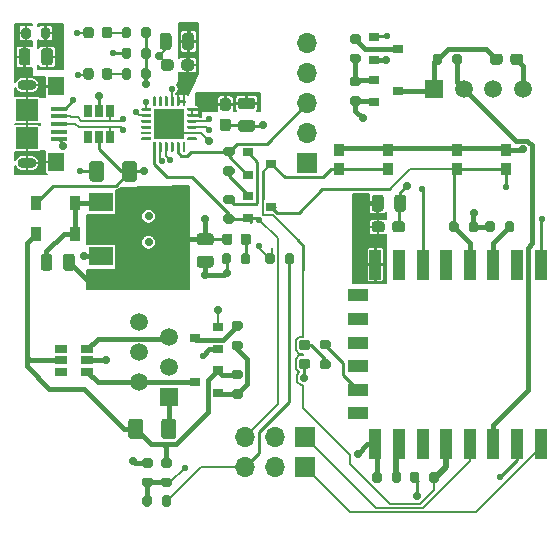
<source format=gbr>
%TF.GenerationSoftware,KiCad,Pcbnew,5.1.12-1.fc35*%
%TF.CreationDate,2021-12-21T00:05:04+01:00*%
%TF.ProjectId,smartmeterreader,736d6172-746d-4657-9465-727265616465,rev?*%
%TF.SameCoordinates,Original*%
%TF.FileFunction,Copper,L1,Top*%
%TF.FilePolarity,Positive*%
%FSLAX46Y46*%
G04 Gerber Fmt 4.6, Leading zero omitted, Abs format (unit mm)*
G04 Created by KiCad (PCBNEW 5.1.12-1.fc35) date 2021-12-21 00:05:04*
%MOMM*%
%LPD*%
G01*
G04 APERTURE LIST*
%TA.AperFunction,ComponentPad*%
%ADD10O,1.700000X1.700000*%
%TD*%
%TA.AperFunction,ComponentPad*%
%ADD11R,1.700000X1.700000*%
%TD*%
%TA.AperFunction,SMDPad,CuDef*%
%ADD12R,0.900000X1.200000*%
%TD*%
%TA.AperFunction,SMDPad,CuDef*%
%ADD13R,0.900000X1.000000*%
%TD*%
%TA.AperFunction,ComponentPad*%
%ADD14C,1.520000*%
%TD*%
%TA.AperFunction,ComponentPad*%
%ADD15R,1.520000X1.520000*%
%TD*%
%TA.AperFunction,ComponentPad*%
%ADD16R,1.500000X1.500000*%
%TD*%
%TA.AperFunction,ComponentPad*%
%ADD17C,1.500000*%
%TD*%
%TA.AperFunction,SMDPad,CuDef*%
%ADD18R,2.000000X1.500000*%
%TD*%
%TA.AperFunction,SMDPad,CuDef*%
%ADD19R,2.000000X3.800000*%
%TD*%
%TA.AperFunction,SMDPad,CuDef*%
%ADD20R,2.600000X2.600000*%
%TD*%
%TA.AperFunction,SMDPad,CuDef*%
%ADD21R,1.000000X2.500000*%
%TD*%
%TA.AperFunction,SMDPad,CuDef*%
%ADD22R,1.800000X1.000000*%
%TD*%
%TA.AperFunction,SMDPad,CuDef*%
%ADD23R,0.900000X0.800000*%
%TD*%
%TA.AperFunction,SMDPad,CuDef*%
%ADD24R,1.350000X0.400000*%
%TD*%
%TA.AperFunction,ComponentPad*%
%ADD25O,1.600000X0.900000*%
%TD*%
%TA.AperFunction,SMDPad,CuDef*%
%ADD26R,1.400000X1.600000*%
%TD*%
%TA.AperFunction,SMDPad,CuDef*%
%ADD27R,1.900000X1.900000*%
%TD*%
%TA.AperFunction,SMDPad,CuDef*%
%ADD28R,1.060000X0.650000*%
%TD*%
%TA.AperFunction,SMDPad,CuDef*%
%ADD29R,0.650000X1.060000*%
%TD*%
%TA.AperFunction,ViaPad*%
%ADD30C,0.700000*%
%TD*%
%TA.AperFunction,ViaPad*%
%ADD31C,0.800000*%
%TD*%
%TA.AperFunction,ViaPad*%
%ADD32C,0.550000*%
%TD*%
%TA.AperFunction,Conductor*%
%ADD33C,0.150000*%
%TD*%
%TA.AperFunction,Conductor*%
%ADD34C,0.250000*%
%TD*%
%TA.AperFunction,Conductor*%
%ADD35C,0.400000*%
%TD*%
%TA.AperFunction,Conductor*%
%ADD36C,0.500000*%
%TD*%
%TA.AperFunction,Conductor*%
%ADD37C,0.100000*%
%TD*%
G04 APERTURE END LIST*
%TO.P,R21,2*%
%TO.N,Net-(D8-Pad2)*%
%TA.AperFunction,SMDPad,CuDef*%
G36*
G01*
X147975000Y-103425000D02*
X148525000Y-103425000D01*
G75*
G02*
X148725000Y-103625000I0J-200000D01*
G01*
X148725000Y-104025000D01*
G75*
G02*
X148525000Y-104225000I-200000J0D01*
G01*
X147975000Y-104225000D01*
G75*
G02*
X147775000Y-104025000I0J200000D01*
G01*
X147775000Y-103625000D01*
G75*
G02*
X147975000Y-103425000I200000J0D01*
G01*
G37*
%TD.AperFunction*%
%TO.P,R21,1*%
%TO.N,Net-(R21-Pad1)*%
%TA.AperFunction,SMDPad,CuDef*%
G36*
G01*
X147975000Y-101775000D02*
X148525000Y-101775000D01*
G75*
G02*
X148725000Y-101975000I0J-200000D01*
G01*
X148725000Y-102375000D01*
G75*
G02*
X148525000Y-102575000I-200000J0D01*
G01*
X147975000Y-102575000D01*
G75*
G02*
X147775000Y-102375000I0J200000D01*
G01*
X147775000Y-101975000D01*
G75*
G02*
X147975000Y-101775000I200000J0D01*
G01*
G37*
%TD.AperFunction*%
%TD*%
%TO.P,R20,2*%
%TO.N,Net-(D7-Pad2)*%
%TA.AperFunction,SMDPad,CuDef*%
G36*
G01*
X141125000Y-95175000D02*
X141125000Y-94625000D01*
G75*
G02*
X141325000Y-94425000I200000J0D01*
G01*
X141725000Y-94425000D01*
G75*
G02*
X141925000Y-94625000I0J-200000D01*
G01*
X141925000Y-95175000D01*
G75*
G02*
X141725000Y-95375000I-200000J0D01*
G01*
X141325000Y-95375000D01*
G75*
G02*
X141125000Y-95175000I0J200000D01*
G01*
G37*
%TD.AperFunction*%
%TO.P,R20,1*%
%TO.N,+3V3*%
%TA.AperFunction,SMDPad,CuDef*%
G36*
G01*
X139475000Y-95175000D02*
X139475000Y-94625000D01*
G75*
G02*
X139675000Y-94425000I200000J0D01*
G01*
X140075000Y-94425000D01*
G75*
G02*
X140275000Y-94625000I0J-200000D01*
G01*
X140275000Y-95175000D01*
G75*
G02*
X140075000Y-95375000I-200000J0D01*
G01*
X139675000Y-95375000D01*
G75*
G02*
X139475000Y-95175000I0J200000D01*
G01*
G37*
%TD.AperFunction*%
%TD*%
D10*
%TO.P,J3,5*%
%TO.N,/UART_RX*%
X146750000Y-76670000D03*
%TO.P,J3,4*%
%TO.N,/UART_TX*%
X146750000Y-79210000D03*
%TO.P,J3,3*%
%TO.N,/UART_DTR*%
X146750000Y-81750000D03*
%TO.P,J3,2*%
%TO.N,/UART_RTS*%
X146750000Y-84290000D03*
D11*
%TO.P,J3,1*%
%TO.N,GND*%
X146750000Y-86830000D03*
%TD*%
%TO.P,D8,2*%
%TO.N,Net-(D8-Pad2)*%
%TA.AperFunction,SMDPad,CuDef*%
G36*
G01*
X146756250Y-102650000D02*
X146243750Y-102650000D01*
G75*
G02*
X146025000Y-102431250I0J218750D01*
G01*
X146025000Y-101993750D01*
G75*
G02*
X146243750Y-101775000I218750J0D01*
G01*
X146756250Y-101775000D01*
G75*
G02*
X146975000Y-101993750I0J-218750D01*
G01*
X146975000Y-102431250D01*
G75*
G02*
X146756250Y-102650000I-218750J0D01*
G01*
G37*
%TD.AperFunction*%
%TO.P,D8,1*%
%TO.N,GND*%
%TA.AperFunction,SMDPad,CuDef*%
G36*
G01*
X146756250Y-104225000D02*
X146243750Y-104225000D01*
G75*
G02*
X146025000Y-104006250I0J218750D01*
G01*
X146025000Y-103568750D01*
G75*
G02*
X146243750Y-103350000I218750J0D01*
G01*
X146756250Y-103350000D01*
G75*
G02*
X146975000Y-103568750I0J-218750D01*
G01*
X146975000Y-104006250D01*
G75*
G02*
X146756250Y-104225000I-218750J0D01*
G01*
G37*
%TD.AperFunction*%
%TD*%
%TO.P,D7,2*%
%TO.N,Net-(D7-Pad2)*%
%TA.AperFunction,SMDPad,CuDef*%
G36*
G01*
X141100000Y-93506250D02*
X141100000Y-92993750D01*
G75*
G02*
X141318750Y-92775000I218750J0D01*
G01*
X141756250Y-92775000D01*
G75*
G02*
X141975000Y-92993750I0J-218750D01*
G01*
X141975000Y-93506250D01*
G75*
G02*
X141756250Y-93725000I-218750J0D01*
G01*
X141318750Y-93725000D01*
G75*
G02*
X141100000Y-93506250I0J218750D01*
G01*
G37*
%TD.AperFunction*%
%TO.P,D7,1*%
%TO.N,GND*%
%TA.AperFunction,SMDPad,CuDef*%
G36*
G01*
X139525000Y-93506250D02*
X139525000Y-92993750D01*
G75*
G02*
X139743750Y-92775000I218750J0D01*
G01*
X140181250Y-92775000D01*
G75*
G02*
X140400000Y-92993750I0J-218750D01*
G01*
X140400000Y-93506250D01*
G75*
G02*
X140181250Y-93725000I-218750J0D01*
G01*
X139743750Y-93725000D01*
G75*
G02*
X139525000Y-93506250I0J218750D01*
G01*
G37*
%TD.AperFunction*%
%TD*%
%TO.P,F2,2*%
%TO.N,/5V_meter*%
%TA.AperFunction,SMDPad,CuDef*%
G36*
G01*
X132825000Y-108675000D02*
X132825000Y-109925000D01*
G75*
G02*
X132575000Y-110175000I-250000J0D01*
G01*
X131825000Y-110175000D01*
G75*
G02*
X131575000Y-109925000I0J250000D01*
G01*
X131575000Y-108675000D01*
G75*
G02*
X131825000Y-108425000I250000J0D01*
G01*
X132575000Y-108425000D01*
G75*
G02*
X132825000Y-108675000I0J-250000D01*
G01*
G37*
%TD.AperFunction*%
%TO.P,F2,1*%
%TO.N,Net-(F2-Pad1)*%
%TA.AperFunction,SMDPad,CuDef*%
G36*
G01*
X135625000Y-108675000D02*
X135625000Y-109925000D01*
G75*
G02*
X135375000Y-110175000I-250000J0D01*
G01*
X134625000Y-110175000D01*
G75*
G02*
X134375000Y-109925000I0J250000D01*
G01*
X134375000Y-108675000D01*
G75*
G02*
X134625000Y-108425000I250000J0D01*
G01*
X135375000Y-108425000D01*
G75*
G02*
X135625000Y-108675000I0J-250000D01*
G01*
G37*
%TD.AperFunction*%
%TD*%
%TO.P,F1,2*%
%TO.N,Net-(F1-Pad2)*%
%TA.AperFunction,SMDPad,CuDef*%
G36*
G01*
X129525000Y-86875000D02*
X129525000Y-88125000D01*
G75*
G02*
X129275000Y-88375000I-250000J0D01*
G01*
X128525000Y-88375000D01*
G75*
G02*
X128275000Y-88125000I0J250000D01*
G01*
X128275000Y-86875000D01*
G75*
G02*
X128525000Y-86625000I250000J0D01*
G01*
X129275000Y-86625000D01*
G75*
G02*
X129525000Y-86875000I0J-250000D01*
G01*
G37*
%TD.AperFunction*%
%TO.P,F1,1*%
%TO.N,/5V_USB*%
%TA.AperFunction,SMDPad,CuDef*%
G36*
G01*
X132325000Y-86875000D02*
X132325000Y-88125000D01*
G75*
G02*
X132075000Y-88375000I-250000J0D01*
G01*
X131325000Y-88375000D01*
G75*
G02*
X131075000Y-88125000I0J250000D01*
G01*
X131075000Y-86875000D01*
G75*
G02*
X131325000Y-86625000I250000J0D01*
G01*
X132075000Y-86625000D01*
G75*
G02*
X132325000Y-86875000I0J-250000D01*
G01*
G37*
%TD.AperFunction*%
%TD*%
D12*
%TO.P,D1,2*%
%TO.N,/5V_USB*%
X123750000Y-90200000D03*
%TO.P,D1,1*%
%TO.N,/Power_supply_LDO_3V3/Vin*%
X127050000Y-90200000D03*
%TD*%
D13*
%TO.P,SW2,1*%
%TO.N,GND*%
X159450000Y-85700000D03*
%TO.P,SW2,2*%
%TO.N,/nRST*%
X159450000Y-87300000D03*
%TO.P,SW2,1*%
%TO.N,GND*%
X163550000Y-85700000D03*
%TO.P,SW2,2*%
%TO.N,/nRST*%
X163550000Y-87300000D03*
%TD*%
%TO.P,SW1,1*%
%TO.N,GND*%
X149450000Y-85700000D03*
%TO.P,SW1,2*%
%TO.N,/GPIO0*%
X149450000Y-87300000D03*
%TO.P,SW1,1*%
%TO.N,GND*%
X153550000Y-85700000D03*
%TO.P,SW1,2*%
%TO.N,/GPIO0*%
X153550000Y-87300000D03*
%TD*%
D14*
%TO.P,J2,6*%
%TO.N,GND*%
X132485000Y-100275000D03*
%TO.P,J2,5*%
%TO.N,/DATA_LINE*%
X135025000Y-101545000D03*
%TO.P,J2,4*%
%TO.N,N/C*%
X132485000Y-102815000D03*
%TO.P,J2,3*%
%TO.N,GND*%
X135025000Y-104085000D03*
%TO.P,J2,2*%
%TO.N,/DATA_REQ*%
X132485000Y-105355000D03*
D15*
%TO.P,J2,1*%
%TO.N,Net-(F2-Pad1)*%
X135025000Y-106625000D03*
%TD*%
%TO.P,C10,2*%
%TO.N,GND*%
%TA.AperFunction,SMDPad,CuDef*%
G36*
G01*
X163925000Y-78237500D02*
X163925000Y-77762500D01*
G75*
G02*
X164162500Y-77525000I237500J0D01*
G01*
X164762500Y-77525000D01*
G75*
G02*
X165000000Y-77762500I0J-237500D01*
G01*
X165000000Y-78237500D01*
G75*
G02*
X164762500Y-78475000I-237500J0D01*
G01*
X164162500Y-78475000D01*
G75*
G02*
X163925000Y-78237500I0J237500D01*
G01*
G37*
%TD.AperFunction*%
%TO.P,C10,1*%
%TO.N,/High_side_SW.sch/VOut*%
%TA.AperFunction,SMDPad,CuDef*%
G36*
G01*
X162200000Y-78237500D02*
X162200000Y-77762500D01*
G75*
G02*
X162437500Y-77525000I237500J0D01*
G01*
X163037500Y-77525000D01*
G75*
G02*
X163275000Y-77762500I0J-237500D01*
G01*
X163275000Y-78237500D01*
G75*
G02*
X163037500Y-78475000I-237500J0D01*
G01*
X162437500Y-78475000D01*
G75*
G02*
X162200000Y-78237500I0J237500D01*
G01*
G37*
%TD.AperFunction*%
%TD*%
D16*
%TO.P,U4,1*%
%TO.N,/High_side_SW.sch/VOut*%
X157500000Y-80500000D03*
D17*
%TO.P,U4,2*%
%TO.N,/DHT22_DATA*%
X160000000Y-80500000D03*
%TO.P,U4,3*%
%TO.N,N/C*%
X162500000Y-80500000D03*
%TO.P,U4,4*%
%TO.N,GND*%
X165000000Y-80500000D03*
%TD*%
D18*
%TO.P,U3,1*%
%TO.N,/Power_supply_LDO_3V3/Vin*%
X129250000Y-90100000D03*
%TO.P,U3,3*%
%TO.N,+3V3*%
X129250000Y-94700000D03*
%TO.P,U3,2*%
%TO.N,GND*%
X129250000Y-92400000D03*
D19*
X135550000Y-92400000D03*
%TD*%
D20*
%TO.P,U2,25*%
%TO.N,GND*%
X135050000Y-83500000D03*
%TO.P,U2,24*%
%TO.N,N/C*%
%TA.AperFunction,SMDPad,CuDef*%
G36*
G01*
X136425000Y-85087500D02*
X136425000Y-85787500D01*
G75*
G02*
X136362500Y-85850000I-62500J0D01*
G01*
X136237500Y-85850000D01*
G75*
G02*
X136175000Y-85787500I0J62500D01*
G01*
X136175000Y-85087500D01*
G75*
G02*
X136237500Y-85025000I62500J0D01*
G01*
X136362500Y-85025000D01*
G75*
G02*
X136425000Y-85087500I0J-62500D01*
G01*
G37*
%TD.AperFunction*%
%TO.P,U2,23*%
%TO.N,/UART_DTR*%
%TA.AperFunction,SMDPad,CuDef*%
G36*
G01*
X135925000Y-85087500D02*
X135925000Y-85787500D01*
G75*
G02*
X135862500Y-85850000I-62500J0D01*
G01*
X135737500Y-85850000D01*
G75*
G02*
X135675000Y-85787500I0J62500D01*
G01*
X135675000Y-85087500D01*
G75*
G02*
X135737500Y-85025000I62500J0D01*
G01*
X135862500Y-85025000D01*
G75*
G02*
X135925000Y-85087500I0J-62500D01*
G01*
G37*
%TD.AperFunction*%
%TO.P,U2,22*%
%TO.N,N/C*%
%TA.AperFunction,SMDPad,CuDef*%
G36*
G01*
X135425000Y-85087500D02*
X135425000Y-85787500D01*
G75*
G02*
X135362500Y-85850000I-62500J0D01*
G01*
X135237500Y-85850000D01*
G75*
G02*
X135175000Y-85787500I0J62500D01*
G01*
X135175000Y-85087500D01*
G75*
G02*
X135237500Y-85025000I62500J0D01*
G01*
X135362500Y-85025000D01*
G75*
G02*
X135425000Y-85087500I0J-62500D01*
G01*
G37*
%TD.AperFunction*%
%TO.P,U2,21*%
%TO.N,/UART_TX*%
%TA.AperFunction,SMDPad,CuDef*%
G36*
G01*
X134925000Y-85087500D02*
X134925000Y-85787500D01*
G75*
G02*
X134862500Y-85850000I-62500J0D01*
G01*
X134737500Y-85850000D01*
G75*
G02*
X134675000Y-85787500I0J62500D01*
G01*
X134675000Y-85087500D01*
G75*
G02*
X134737500Y-85025000I62500J0D01*
G01*
X134862500Y-85025000D01*
G75*
G02*
X134925000Y-85087500I0J-62500D01*
G01*
G37*
%TD.AperFunction*%
%TO.P,U2,20*%
%TO.N,/UART_RX*%
%TA.AperFunction,SMDPad,CuDef*%
G36*
G01*
X134425000Y-85087500D02*
X134425000Y-85787500D01*
G75*
G02*
X134362500Y-85850000I-62500J0D01*
G01*
X134237500Y-85850000D01*
G75*
G02*
X134175000Y-85787500I0J62500D01*
G01*
X134175000Y-85087500D01*
G75*
G02*
X134237500Y-85025000I62500J0D01*
G01*
X134362500Y-85025000D01*
G75*
G02*
X134425000Y-85087500I0J-62500D01*
G01*
G37*
%TD.AperFunction*%
%TO.P,U2,19*%
%TO.N,/UART_RTS*%
%TA.AperFunction,SMDPad,CuDef*%
G36*
G01*
X133925000Y-85087500D02*
X133925000Y-85787500D01*
G75*
G02*
X133862500Y-85850000I-62500J0D01*
G01*
X133737500Y-85850000D01*
G75*
G02*
X133675000Y-85787500I0J62500D01*
G01*
X133675000Y-85087500D01*
G75*
G02*
X133737500Y-85025000I62500J0D01*
G01*
X133862500Y-85025000D01*
G75*
G02*
X133925000Y-85087500I0J-62500D01*
G01*
G37*
%TD.AperFunction*%
%TO.P,U2,18*%
%TO.N,N/C*%
%TA.AperFunction,SMDPad,CuDef*%
G36*
G01*
X133525000Y-84687500D02*
X133525000Y-84812500D01*
G75*
G02*
X133462500Y-84875000I-62500J0D01*
G01*
X132762500Y-84875000D01*
G75*
G02*
X132700000Y-84812500I0J62500D01*
G01*
X132700000Y-84687500D01*
G75*
G02*
X132762500Y-84625000I62500J0D01*
G01*
X133462500Y-84625000D01*
G75*
G02*
X133525000Y-84687500I0J-62500D01*
G01*
G37*
%TD.AperFunction*%
%TO.P,U2,17*%
%TA.AperFunction,SMDPad,CuDef*%
G36*
G01*
X133525000Y-84187500D02*
X133525000Y-84312500D01*
G75*
G02*
X133462500Y-84375000I-62500J0D01*
G01*
X132762500Y-84375000D01*
G75*
G02*
X132700000Y-84312500I0J62500D01*
G01*
X132700000Y-84187500D01*
G75*
G02*
X132762500Y-84125000I62500J0D01*
G01*
X133462500Y-84125000D01*
G75*
G02*
X133525000Y-84187500I0J-62500D01*
G01*
G37*
%TD.AperFunction*%
%TO.P,U2,16*%
%TA.AperFunction,SMDPad,CuDef*%
G36*
G01*
X133525000Y-83687500D02*
X133525000Y-83812500D01*
G75*
G02*
X133462500Y-83875000I-62500J0D01*
G01*
X132762500Y-83875000D01*
G75*
G02*
X132700000Y-83812500I0J62500D01*
G01*
X132700000Y-83687500D01*
G75*
G02*
X132762500Y-83625000I62500J0D01*
G01*
X133462500Y-83625000D01*
G75*
G02*
X133525000Y-83687500I0J-62500D01*
G01*
G37*
%TD.AperFunction*%
%TO.P,U2,15*%
%TA.AperFunction,SMDPad,CuDef*%
G36*
G01*
X133525000Y-83187500D02*
X133525000Y-83312500D01*
G75*
G02*
X133462500Y-83375000I-62500J0D01*
G01*
X132762500Y-83375000D01*
G75*
G02*
X132700000Y-83312500I0J62500D01*
G01*
X132700000Y-83187500D01*
G75*
G02*
X132762500Y-83125000I62500J0D01*
G01*
X133462500Y-83125000D01*
G75*
G02*
X133525000Y-83187500I0J-62500D01*
G01*
G37*
%TD.AperFunction*%
%TO.P,U2,14*%
%TO.N,Net-(D6-Pad1)*%
%TA.AperFunction,SMDPad,CuDef*%
G36*
G01*
X133525000Y-82687500D02*
X133525000Y-82812500D01*
G75*
G02*
X133462500Y-82875000I-62500J0D01*
G01*
X132762500Y-82875000D01*
G75*
G02*
X132700000Y-82812500I0J62500D01*
G01*
X132700000Y-82687500D01*
G75*
G02*
X132762500Y-82625000I62500J0D01*
G01*
X133462500Y-82625000D01*
G75*
G02*
X133525000Y-82687500I0J-62500D01*
G01*
G37*
%TD.AperFunction*%
%TO.P,U2,13*%
%TO.N,Net-(D5-Pad1)*%
%TA.AperFunction,SMDPad,CuDef*%
G36*
G01*
X133525000Y-82187500D02*
X133525000Y-82312500D01*
G75*
G02*
X133462500Y-82375000I-62500J0D01*
G01*
X132762500Y-82375000D01*
G75*
G02*
X132700000Y-82312500I0J62500D01*
G01*
X132700000Y-82187500D01*
G75*
G02*
X132762500Y-82125000I62500J0D01*
G01*
X133462500Y-82125000D01*
G75*
G02*
X133525000Y-82187500I0J-62500D01*
G01*
G37*
%TD.AperFunction*%
%TO.P,U2,12*%
%TO.N,N/C*%
%TA.AperFunction,SMDPad,CuDef*%
G36*
G01*
X133925000Y-81212500D02*
X133925000Y-81912500D01*
G75*
G02*
X133862500Y-81975000I-62500J0D01*
G01*
X133737500Y-81975000D01*
G75*
G02*
X133675000Y-81912500I0J62500D01*
G01*
X133675000Y-81212500D01*
G75*
G02*
X133737500Y-81150000I62500J0D01*
G01*
X133862500Y-81150000D01*
G75*
G02*
X133925000Y-81212500I0J-62500D01*
G01*
G37*
%TD.AperFunction*%
%TO.P,U2,11*%
%TA.AperFunction,SMDPad,CuDef*%
G36*
G01*
X134425000Y-81212500D02*
X134425000Y-81912500D01*
G75*
G02*
X134362500Y-81975000I-62500J0D01*
G01*
X134237500Y-81975000D01*
G75*
G02*
X134175000Y-81912500I0J62500D01*
G01*
X134175000Y-81212500D01*
G75*
G02*
X134237500Y-81150000I62500J0D01*
G01*
X134362500Y-81150000D01*
G75*
G02*
X134425000Y-81212500I0J-62500D01*
G01*
G37*
%TD.AperFunction*%
%TO.P,U2,10*%
%TA.AperFunction,SMDPad,CuDef*%
G36*
G01*
X134925000Y-81212500D02*
X134925000Y-81912500D01*
G75*
G02*
X134862500Y-81975000I-62500J0D01*
G01*
X134737500Y-81975000D01*
G75*
G02*
X134675000Y-81912500I0J62500D01*
G01*
X134675000Y-81212500D01*
G75*
G02*
X134737500Y-81150000I62500J0D01*
G01*
X134862500Y-81150000D01*
G75*
G02*
X134925000Y-81212500I0J-62500D01*
G01*
G37*
%TD.AperFunction*%
%TO.P,U2,9*%
%TO.N,Net-(R8-Pad2)*%
%TA.AperFunction,SMDPad,CuDef*%
G36*
G01*
X135425000Y-81212500D02*
X135425000Y-81912500D01*
G75*
G02*
X135362500Y-81975000I-62500J0D01*
G01*
X135237500Y-81975000D01*
G75*
G02*
X135175000Y-81912500I0J62500D01*
G01*
X135175000Y-81212500D01*
G75*
G02*
X135237500Y-81150000I62500J0D01*
G01*
X135362500Y-81150000D01*
G75*
G02*
X135425000Y-81212500I0J-62500D01*
G01*
G37*
%TD.AperFunction*%
%TO.P,U2,8*%
%TO.N,/5V_USB*%
%TA.AperFunction,SMDPad,CuDef*%
G36*
G01*
X135925000Y-81212500D02*
X135925000Y-81912500D01*
G75*
G02*
X135862500Y-81975000I-62500J0D01*
G01*
X135737500Y-81975000D01*
G75*
G02*
X135675000Y-81912500I0J62500D01*
G01*
X135675000Y-81212500D01*
G75*
G02*
X135737500Y-81150000I62500J0D01*
G01*
X135862500Y-81150000D01*
G75*
G02*
X135925000Y-81212500I0J-62500D01*
G01*
G37*
%TD.AperFunction*%
%TO.P,U2,7*%
%TA.AperFunction,SMDPad,CuDef*%
G36*
G01*
X136425000Y-81212500D02*
X136425000Y-81912500D01*
G75*
G02*
X136362500Y-81975000I-62500J0D01*
G01*
X136237500Y-81975000D01*
G75*
G02*
X136175000Y-81912500I0J62500D01*
G01*
X136175000Y-81212500D01*
G75*
G02*
X136237500Y-81150000I62500J0D01*
G01*
X136362500Y-81150000D01*
G75*
G02*
X136425000Y-81212500I0J-62500D01*
G01*
G37*
%TD.AperFunction*%
%TO.P,U2,6*%
%TO.N,/USB-UART-transceiver/3.3V*%
%TA.AperFunction,SMDPad,CuDef*%
G36*
G01*
X137400000Y-82187500D02*
X137400000Y-82312500D01*
G75*
G02*
X137337500Y-82375000I-62500J0D01*
G01*
X136637500Y-82375000D01*
G75*
G02*
X136575000Y-82312500I0J62500D01*
G01*
X136575000Y-82187500D01*
G75*
G02*
X136637500Y-82125000I62500J0D01*
G01*
X137337500Y-82125000D01*
G75*
G02*
X137400000Y-82187500I0J-62500D01*
G01*
G37*
%TD.AperFunction*%
%TO.P,U2,5*%
%TA.AperFunction,SMDPad,CuDef*%
G36*
G01*
X137400000Y-82687500D02*
X137400000Y-82812500D01*
G75*
G02*
X137337500Y-82875000I-62500J0D01*
G01*
X136637500Y-82875000D01*
G75*
G02*
X136575000Y-82812500I0J62500D01*
G01*
X136575000Y-82687500D01*
G75*
G02*
X136637500Y-82625000I62500J0D01*
G01*
X137337500Y-82625000D01*
G75*
G02*
X137400000Y-82687500I0J-62500D01*
G01*
G37*
%TD.AperFunction*%
%TO.P,U2,4*%
%TO.N,/D-*%
%TA.AperFunction,SMDPad,CuDef*%
G36*
G01*
X137400000Y-83187500D02*
X137400000Y-83312500D01*
G75*
G02*
X137337500Y-83375000I-62500J0D01*
G01*
X136637500Y-83375000D01*
G75*
G02*
X136575000Y-83312500I0J62500D01*
G01*
X136575000Y-83187500D01*
G75*
G02*
X136637500Y-83125000I62500J0D01*
G01*
X137337500Y-83125000D01*
G75*
G02*
X137400000Y-83187500I0J-62500D01*
G01*
G37*
%TD.AperFunction*%
%TO.P,U2,3*%
%TO.N,/D+*%
%TA.AperFunction,SMDPad,CuDef*%
G36*
G01*
X137400000Y-83687500D02*
X137400000Y-83812500D01*
G75*
G02*
X137337500Y-83875000I-62500J0D01*
G01*
X136637500Y-83875000D01*
G75*
G02*
X136575000Y-83812500I0J62500D01*
G01*
X136575000Y-83687500D01*
G75*
G02*
X136637500Y-83625000I62500J0D01*
G01*
X137337500Y-83625000D01*
G75*
G02*
X137400000Y-83687500I0J-62500D01*
G01*
G37*
%TD.AperFunction*%
%TO.P,U2,2*%
%TO.N,GND*%
%TA.AperFunction,SMDPad,CuDef*%
G36*
G01*
X137400000Y-84187500D02*
X137400000Y-84312500D01*
G75*
G02*
X137337500Y-84375000I-62500J0D01*
G01*
X136637500Y-84375000D01*
G75*
G02*
X136575000Y-84312500I0J62500D01*
G01*
X136575000Y-84187500D01*
G75*
G02*
X136637500Y-84125000I62500J0D01*
G01*
X137337500Y-84125000D01*
G75*
G02*
X137400000Y-84187500I0J-62500D01*
G01*
G37*
%TD.AperFunction*%
%TO.P,U2,1*%
%TO.N,N/C*%
%TA.AperFunction,SMDPad,CuDef*%
G36*
G01*
X137400000Y-84687500D02*
X137400000Y-84812500D01*
G75*
G02*
X137337500Y-84875000I-62500J0D01*
G01*
X136637500Y-84875000D01*
G75*
G02*
X136575000Y-84812500I0J62500D01*
G01*
X136575000Y-84687500D01*
G75*
G02*
X136637500Y-84625000I62500J0D01*
G01*
X137337500Y-84625000D01*
G75*
G02*
X137400000Y-84687500I0J-62500D01*
G01*
G37*
%TD.AperFunction*%
%TD*%
D21*
%TO.P,U1,22*%
%TO.N,/U0_TXD*%
X166500000Y-110600000D03*
%TO.P,U1,21*%
%TO.N,/Data_line_TTL*%
X164500000Y-110600000D03*
%TO.P,U1,20*%
%TO.N,/DHT22_DATA*%
X162500000Y-110600000D03*
%TO.P,U1,19*%
%TO.N,/GPIO4*%
X160500000Y-110600000D03*
%TO.P,U1,18*%
%TO.N,/GPIO0*%
X158500000Y-110600000D03*
%TO.P,U1,17*%
%TO.N,N/C*%
X156500000Y-110600000D03*
%TO.P,U1,16*%
%TO.N,Net-(R6-Pad1)*%
X154500000Y-110600000D03*
%TO.P,U1,15*%
%TO.N,GND*%
X152500000Y-110600000D03*
D22*
%TO.P,U1,14*%
%TO.N,N/C*%
X151000000Y-108000000D03*
%TO.P,U1,13*%
%TO.N,Net-(R21-Pad1)*%
X151000000Y-106000000D03*
%TO.P,U1,12*%
%TO.N,N/C*%
X151000000Y-104000000D03*
%TO.P,U1,11*%
X151000000Y-102000000D03*
%TO.P,U1,10*%
X151000000Y-100000000D03*
%TO.P,U1,9*%
X151000000Y-98000000D03*
D21*
%TO.P,U1,8*%
%TO.N,+3V3*%
X152500000Y-95400000D03*
%TO.P,U1,7*%
%TO.N,N/C*%
X154500000Y-95400000D03*
%TO.P,U1,6*%
%TO.N,/DHT22_EN*%
X156500000Y-95400000D03*
%TO.P,U1,5*%
%TO.N,N/C*%
X158500000Y-95400000D03*
%TO.P,U1,4*%
%TO.N,/nRST*%
X160500000Y-95400000D03*
%TO.P,U1,3*%
%TO.N,Net-(R5-Pad2)*%
X162500000Y-95400000D03*
%TO.P,U1,2*%
%TO.N,N/C*%
X164500000Y-95400000D03*
%TO.P,U1,1*%
%TO.N,/nRST*%
X166500000Y-95400000D03*
%TD*%
%TO.P,R19,2*%
%TO.N,Net-(Q6-Pad3)*%
%TA.AperFunction,SMDPad,CuDef*%
G36*
G01*
X151075000Y-76675000D02*
X150525000Y-76675000D01*
G75*
G02*
X150325000Y-76475000I0J200000D01*
G01*
X150325000Y-76075000D01*
G75*
G02*
X150525000Y-75875000I200000J0D01*
G01*
X151075000Y-75875000D01*
G75*
G02*
X151275000Y-76075000I0J-200000D01*
G01*
X151275000Y-76475000D01*
G75*
G02*
X151075000Y-76675000I-200000J0D01*
G01*
G37*
%TD.AperFunction*%
%TO.P,R19,1*%
%TO.N,Net-(Q5-Pad1)*%
%TA.AperFunction,SMDPad,CuDef*%
G36*
G01*
X151075000Y-78325000D02*
X150525000Y-78325000D01*
G75*
G02*
X150325000Y-78125000I0J200000D01*
G01*
X150325000Y-77725000D01*
G75*
G02*
X150525000Y-77525000I200000J0D01*
G01*
X151075000Y-77525000D01*
G75*
G02*
X151275000Y-77725000I0J-200000D01*
G01*
X151275000Y-78125000D01*
G75*
G02*
X151075000Y-78325000I-200000J0D01*
G01*
G37*
%TD.AperFunction*%
%TD*%
%TO.P,R18,2*%
%TO.N,Net-(Q5-Pad1)*%
%TA.AperFunction,SMDPad,CuDef*%
G36*
G01*
X151075000Y-80275000D02*
X150525000Y-80275000D01*
G75*
G02*
X150325000Y-80075000I0J200000D01*
G01*
X150325000Y-79675000D01*
G75*
G02*
X150525000Y-79475000I200000J0D01*
G01*
X151075000Y-79475000D01*
G75*
G02*
X151275000Y-79675000I0J-200000D01*
G01*
X151275000Y-80075000D01*
G75*
G02*
X151075000Y-80275000I-200000J0D01*
G01*
G37*
%TD.AperFunction*%
%TO.P,R18,1*%
%TO.N,+3V3*%
%TA.AperFunction,SMDPad,CuDef*%
G36*
G01*
X151075000Y-81925000D02*
X150525000Y-81925000D01*
G75*
G02*
X150325000Y-81725000I0J200000D01*
G01*
X150325000Y-81325000D01*
G75*
G02*
X150525000Y-81125000I200000J0D01*
G01*
X151075000Y-81125000D01*
G75*
G02*
X151275000Y-81325000I0J-200000D01*
G01*
X151275000Y-81725000D01*
G75*
G02*
X151075000Y-81925000I-200000J0D01*
G01*
G37*
%TD.AperFunction*%
%TD*%
%TO.P,R17,2*%
%TO.N,Net-(Q4-Pad3)*%
%TA.AperFunction,SMDPad,CuDef*%
G36*
G01*
X141075000Y-100975000D02*
X140525000Y-100975000D01*
G75*
G02*
X140325000Y-100775000I0J200000D01*
G01*
X140325000Y-100375000D01*
G75*
G02*
X140525000Y-100175000I200000J0D01*
G01*
X141075000Y-100175000D01*
G75*
G02*
X141275000Y-100375000I0J-200000D01*
G01*
X141275000Y-100775000D01*
G75*
G02*
X141075000Y-100975000I-200000J0D01*
G01*
G37*
%TD.AperFunction*%
%TO.P,R17,1*%
%TO.N,Net-(Q3-Pad1)*%
%TA.AperFunction,SMDPad,CuDef*%
G36*
G01*
X141075000Y-102625000D02*
X140525000Y-102625000D01*
G75*
G02*
X140325000Y-102425000I0J200000D01*
G01*
X140325000Y-102025000D01*
G75*
G02*
X140525000Y-101825000I200000J0D01*
G01*
X141075000Y-101825000D01*
G75*
G02*
X141275000Y-102025000I0J-200000D01*
G01*
X141275000Y-102425000D01*
G75*
G02*
X141075000Y-102625000I-200000J0D01*
G01*
G37*
%TD.AperFunction*%
%TD*%
%TO.P,R16,2*%
%TO.N,GND*%
%TA.AperFunction,SMDPad,CuDef*%
G36*
G01*
X124175000Y-76075000D02*
X124175000Y-75525000D01*
G75*
G02*
X124375000Y-75325000I200000J0D01*
G01*
X124775000Y-75325000D01*
G75*
G02*
X124975000Y-75525000I0J-200000D01*
G01*
X124975000Y-76075000D01*
G75*
G02*
X124775000Y-76275000I-200000J0D01*
G01*
X124375000Y-76275000D01*
G75*
G02*
X124175000Y-76075000I0J200000D01*
G01*
G37*
%TD.AperFunction*%
%TO.P,R16,1*%
%TO.N,Earth*%
%TA.AperFunction,SMDPad,CuDef*%
G36*
G01*
X122525000Y-76075000D02*
X122525000Y-75525000D01*
G75*
G02*
X122725000Y-75325000I200000J0D01*
G01*
X123125000Y-75325000D01*
G75*
G02*
X123325000Y-75525000I0J-200000D01*
G01*
X123325000Y-76075000D01*
G75*
G02*
X123125000Y-76275000I-200000J0D01*
G01*
X122725000Y-76275000D01*
G75*
G02*
X122525000Y-76075000I0J200000D01*
G01*
G37*
%TD.AperFunction*%
%TD*%
%TO.P,R15,2*%
%TO.N,Net-(Q3-Pad1)*%
%TA.AperFunction,SMDPad,CuDef*%
G36*
G01*
X140525000Y-105950000D02*
X141075000Y-105950000D01*
G75*
G02*
X141275000Y-106150000I0J-200000D01*
G01*
X141275000Y-106550000D01*
G75*
G02*
X141075000Y-106750000I-200000J0D01*
G01*
X140525000Y-106750000D01*
G75*
G02*
X140325000Y-106550000I0J200000D01*
G01*
X140325000Y-106150000D01*
G75*
G02*
X140525000Y-105950000I200000J0D01*
G01*
G37*
%TD.AperFunction*%
%TO.P,R15,1*%
%TO.N,/5V_meter*%
%TA.AperFunction,SMDPad,CuDef*%
G36*
G01*
X140525000Y-104300000D02*
X141075000Y-104300000D01*
G75*
G02*
X141275000Y-104500000I0J-200000D01*
G01*
X141275000Y-104900000D01*
G75*
G02*
X141075000Y-105100000I-200000J0D01*
G01*
X140525000Y-105100000D01*
G75*
G02*
X140325000Y-104900000I0J200000D01*
G01*
X140325000Y-104500000D01*
G75*
G02*
X140525000Y-104300000I200000J0D01*
G01*
G37*
%TD.AperFunction*%
%TD*%
%TO.P,R14,2*%
%TO.N,GND*%
%TA.AperFunction,SMDPad,CuDef*%
G36*
G01*
X133475000Y-112575000D02*
X132925000Y-112575000D01*
G75*
G02*
X132725000Y-112375000I0J200000D01*
G01*
X132725000Y-111975000D01*
G75*
G02*
X132925000Y-111775000I200000J0D01*
G01*
X133475000Y-111775000D01*
G75*
G02*
X133675000Y-111975000I0J-200000D01*
G01*
X133675000Y-112375000D01*
G75*
G02*
X133475000Y-112575000I-200000J0D01*
G01*
G37*
%TD.AperFunction*%
%TO.P,R14,1*%
%TO.N,/DATA_LINE*%
%TA.AperFunction,SMDPad,CuDef*%
G36*
G01*
X133475000Y-114225000D02*
X132925000Y-114225000D01*
G75*
G02*
X132725000Y-114025000I0J200000D01*
G01*
X132725000Y-113625000D01*
G75*
G02*
X132925000Y-113425000I200000J0D01*
G01*
X133475000Y-113425000D01*
G75*
G02*
X133675000Y-113625000I0J-200000D01*
G01*
X133675000Y-114025000D01*
G75*
G02*
X133475000Y-114225000I-200000J0D01*
G01*
G37*
%TD.AperFunction*%
%TD*%
%TO.P,R13,2*%
%TO.N,/DATA_LINE*%
%TA.AperFunction,SMDPad,CuDef*%
G36*
G01*
X134525000Y-113425000D02*
X135075000Y-113425000D01*
G75*
G02*
X135275000Y-113625000I0J-200000D01*
G01*
X135275000Y-114025000D01*
G75*
G02*
X135075000Y-114225000I-200000J0D01*
G01*
X134525000Y-114225000D01*
G75*
G02*
X134325000Y-114025000I0J200000D01*
G01*
X134325000Y-113625000D01*
G75*
G02*
X134525000Y-113425000I200000J0D01*
G01*
G37*
%TD.AperFunction*%
%TO.P,R13,1*%
%TO.N,/5V_meter*%
%TA.AperFunction,SMDPad,CuDef*%
G36*
G01*
X134525000Y-111775000D02*
X135075000Y-111775000D01*
G75*
G02*
X135275000Y-111975000I0J-200000D01*
G01*
X135275000Y-112375000D01*
G75*
G02*
X135075000Y-112575000I-200000J0D01*
G01*
X134525000Y-112575000D01*
G75*
G02*
X134325000Y-112375000I0J200000D01*
G01*
X134325000Y-111975000D01*
G75*
G02*
X134525000Y-111775000I200000J0D01*
G01*
G37*
%TD.AperFunction*%
%TD*%
%TO.P,R12,2*%
%TO.N,/Data_line_TTL*%
%TA.AperFunction,SMDPad,CuDef*%
G36*
G01*
X134425000Y-115675000D02*
X134425000Y-115125000D01*
G75*
G02*
X134625000Y-114925000I200000J0D01*
G01*
X135025000Y-114925000D01*
G75*
G02*
X135225000Y-115125000I0J-200000D01*
G01*
X135225000Y-115675000D01*
G75*
G02*
X135025000Y-115875000I-200000J0D01*
G01*
X134625000Y-115875000D01*
G75*
G02*
X134425000Y-115675000I0J200000D01*
G01*
G37*
%TD.AperFunction*%
%TO.P,R12,1*%
%TO.N,/DATA_LINE*%
%TA.AperFunction,SMDPad,CuDef*%
G36*
G01*
X132775000Y-115675000D02*
X132775000Y-115125000D01*
G75*
G02*
X132975000Y-114925000I200000J0D01*
G01*
X133375000Y-114925000D01*
G75*
G02*
X133575000Y-115125000I0J-200000D01*
G01*
X133575000Y-115675000D01*
G75*
G02*
X133375000Y-115875000I-200000J0D01*
G01*
X132975000Y-115875000D01*
G75*
G02*
X132775000Y-115675000I0J200000D01*
G01*
G37*
%TD.AperFunction*%
%TD*%
%TO.P,R11,2*%
%TO.N,/DHT22_DATA*%
%TA.AperFunction,SMDPad,CuDef*%
G36*
G01*
X159025000Y-78275000D02*
X159025000Y-77725000D01*
G75*
G02*
X159225000Y-77525000I200000J0D01*
G01*
X159625000Y-77525000D01*
G75*
G02*
X159825000Y-77725000I0J-200000D01*
G01*
X159825000Y-78275000D01*
G75*
G02*
X159625000Y-78475000I-200000J0D01*
G01*
X159225000Y-78475000D01*
G75*
G02*
X159025000Y-78275000I0J200000D01*
G01*
G37*
%TD.AperFunction*%
%TO.P,R11,1*%
%TO.N,/High_side_SW.sch/VOut*%
%TA.AperFunction,SMDPad,CuDef*%
G36*
G01*
X157375000Y-78275000D02*
X157375000Y-77725000D01*
G75*
G02*
X157575000Y-77525000I200000J0D01*
G01*
X157975000Y-77525000D01*
G75*
G02*
X158175000Y-77725000I0J-200000D01*
G01*
X158175000Y-78275000D01*
G75*
G02*
X157975000Y-78475000I-200000J0D01*
G01*
X157575000Y-78475000D01*
G75*
G02*
X157375000Y-78275000I0J200000D01*
G01*
G37*
%TD.AperFunction*%
%TD*%
%TO.P,R10,2*%
%TO.N,Net-(D6-Pad2)*%
%TA.AperFunction,SMDPad,CuDef*%
G36*
G01*
X131825000Y-78975000D02*
X131825000Y-79525000D01*
G75*
G02*
X131625000Y-79725000I-200000J0D01*
G01*
X131225000Y-79725000D01*
G75*
G02*
X131025000Y-79525000I0J200000D01*
G01*
X131025000Y-78975000D01*
G75*
G02*
X131225000Y-78775000I200000J0D01*
G01*
X131625000Y-78775000D01*
G75*
G02*
X131825000Y-78975000I0J-200000D01*
G01*
G37*
%TD.AperFunction*%
%TO.P,R10,1*%
%TO.N,/USB-UART-transceiver/3.3V*%
%TA.AperFunction,SMDPad,CuDef*%
G36*
G01*
X133475000Y-78975000D02*
X133475000Y-79525000D01*
G75*
G02*
X133275000Y-79725000I-200000J0D01*
G01*
X132875000Y-79725000D01*
G75*
G02*
X132675000Y-79525000I0J200000D01*
G01*
X132675000Y-78975000D01*
G75*
G02*
X132875000Y-78775000I200000J0D01*
G01*
X133275000Y-78775000D01*
G75*
G02*
X133475000Y-78975000I0J-200000D01*
G01*
G37*
%TD.AperFunction*%
%TD*%
%TO.P,R9,2*%
%TO.N,Net-(D5-Pad2)*%
%TA.AperFunction,SMDPad,CuDef*%
G36*
G01*
X131825000Y-75475000D02*
X131825000Y-76025000D01*
G75*
G02*
X131625000Y-76225000I-200000J0D01*
G01*
X131225000Y-76225000D01*
G75*
G02*
X131025000Y-76025000I0J200000D01*
G01*
X131025000Y-75475000D01*
G75*
G02*
X131225000Y-75275000I200000J0D01*
G01*
X131625000Y-75275000D01*
G75*
G02*
X131825000Y-75475000I0J-200000D01*
G01*
G37*
%TD.AperFunction*%
%TO.P,R9,1*%
%TO.N,/USB-UART-transceiver/3.3V*%
%TA.AperFunction,SMDPad,CuDef*%
G36*
G01*
X133475000Y-75475000D02*
X133475000Y-76025000D01*
G75*
G02*
X133275000Y-76225000I-200000J0D01*
G01*
X132875000Y-76225000D01*
G75*
G02*
X132675000Y-76025000I0J200000D01*
G01*
X132675000Y-75475000D01*
G75*
G02*
X132875000Y-75275000I200000J0D01*
G01*
X133275000Y-75275000D01*
G75*
G02*
X133475000Y-75475000I0J-200000D01*
G01*
G37*
%TD.AperFunction*%
%TD*%
%TO.P,R8,2*%
%TO.N,Net-(R8-Pad2)*%
%TA.AperFunction,SMDPad,CuDef*%
G36*
G01*
X131825000Y-77225000D02*
X131825000Y-77775000D01*
G75*
G02*
X131625000Y-77975000I-200000J0D01*
G01*
X131225000Y-77975000D01*
G75*
G02*
X131025000Y-77775000I0J200000D01*
G01*
X131025000Y-77225000D01*
G75*
G02*
X131225000Y-77025000I200000J0D01*
G01*
X131625000Y-77025000D01*
G75*
G02*
X131825000Y-77225000I0J-200000D01*
G01*
G37*
%TD.AperFunction*%
%TO.P,R8,1*%
%TO.N,/USB-UART-transceiver/3.3V*%
%TA.AperFunction,SMDPad,CuDef*%
G36*
G01*
X133475000Y-77225000D02*
X133475000Y-77775000D01*
G75*
G02*
X133275000Y-77975000I-200000J0D01*
G01*
X132875000Y-77975000D01*
G75*
G02*
X132675000Y-77775000I0J200000D01*
G01*
X132675000Y-77225000D01*
G75*
G02*
X132875000Y-77025000I200000J0D01*
G01*
X133275000Y-77025000D01*
G75*
G02*
X133475000Y-77225000I0J-200000D01*
G01*
G37*
%TD.AperFunction*%
%TD*%
%TO.P,R7,2*%
%TO.N,/Data_line_TTL*%
%TA.AperFunction,SMDPad,CuDef*%
G36*
G01*
X144825000Y-95175000D02*
X144825000Y-94625000D01*
G75*
G02*
X145025000Y-94425000I200000J0D01*
G01*
X145425000Y-94425000D01*
G75*
G02*
X145625000Y-94625000I0J-200000D01*
G01*
X145625000Y-95175000D01*
G75*
G02*
X145425000Y-95375000I-200000J0D01*
G01*
X145025000Y-95375000D01*
G75*
G02*
X144825000Y-95175000I0J200000D01*
G01*
G37*
%TD.AperFunction*%
%TO.P,R7,1*%
%TO.N,/UART_TX*%
%TA.AperFunction,SMDPad,CuDef*%
G36*
G01*
X143175000Y-95175000D02*
X143175000Y-94625000D01*
G75*
G02*
X143375000Y-94425000I200000J0D01*
G01*
X143775000Y-94425000D01*
G75*
G02*
X143975000Y-94625000I0J-200000D01*
G01*
X143975000Y-95175000D01*
G75*
G02*
X143775000Y-95375000I-200000J0D01*
G01*
X143375000Y-95375000D01*
G75*
G02*
X143175000Y-95175000I0J200000D01*
G01*
G37*
%TD.AperFunction*%
%TD*%
%TO.P,R6,2*%
%TO.N,GND*%
%TA.AperFunction,SMDPad,CuDef*%
G36*
G01*
X153025000Y-113125000D02*
X153025000Y-113675000D01*
G75*
G02*
X152825000Y-113875000I-200000J0D01*
G01*
X152425000Y-113875000D01*
G75*
G02*
X152225000Y-113675000I0J200000D01*
G01*
X152225000Y-113125000D01*
G75*
G02*
X152425000Y-112925000I200000J0D01*
G01*
X152825000Y-112925000D01*
G75*
G02*
X153025000Y-113125000I0J-200000D01*
G01*
G37*
%TD.AperFunction*%
%TO.P,R6,1*%
%TO.N,Net-(R6-Pad1)*%
%TA.AperFunction,SMDPad,CuDef*%
G36*
G01*
X154675000Y-113125000D02*
X154675000Y-113675000D01*
G75*
G02*
X154475000Y-113875000I-200000J0D01*
G01*
X154075000Y-113875000D01*
G75*
G02*
X153875000Y-113675000I0J200000D01*
G01*
X153875000Y-113125000D01*
G75*
G02*
X154075000Y-112925000I200000J0D01*
G01*
X154475000Y-112925000D01*
G75*
G02*
X154675000Y-113125000I0J-200000D01*
G01*
G37*
%TD.AperFunction*%
%TD*%
%TO.P,R5,2*%
%TO.N,Net-(R5-Pad2)*%
%TA.AperFunction,SMDPad,CuDef*%
G36*
G01*
X163450000Y-92475000D02*
X163450000Y-91925000D01*
G75*
G02*
X163650000Y-91725000I200000J0D01*
G01*
X164050000Y-91725000D01*
G75*
G02*
X164250000Y-91925000I0J-200000D01*
G01*
X164250000Y-92475000D01*
G75*
G02*
X164050000Y-92675000I-200000J0D01*
G01*
X163650000Y-92675000D01*
G75*
G02*
X163450000Y-92475000I0J200000D01*
G01*
G37*
%TD.AperFunction*%
%TO.P,R5,1*%
%TO.N,+3V3*%
%TA.AperFunction,SMDPad,CuDef*%
G36*
G01*
X161800000Y-92475000D02*
X161800000Y-91925000D01*
G75*
G02*
X162000000Y-91725000I200000J0D01*
G01*
X162400000Y-91725000D01*
G75*
G02*
X162600000Y-91925000I0J-200000D01*
G01*
X162600000Y-92475000D01*
G75*
G02*
X162400000Y-92675000I-200000J0D01*
G01*
X162000000Y-92675000D01*
G75*
G02*
X161800000Y-92475000I0J200000D01*
G01*
G37*
%TD.AperFunction*%
%TD*%
%TO.P,R4,2*%
%TO.N,/nRST*%
%TA.AperFunction,SMDPad,CuDef*%
G36*
G01*
X159550000Y-91925000D02*
X159550000Y-92475000D01*
G75*
G02*
X159350000Y-92675000I-200000J0D01*
G01*
X158950000Y-92675000D01*
G75*
G02*
X158750000Y-92475000I0J200000D01*
G01*
X158750000Y-91925000D01*
G75*
G02*
X158950000Y-91725000I200000J0D01*
G01*
X159350000Y-91725000D01*
G75*
G02*
X159550000Y-91925000I0J-200000D01*
G01*
G37*
%TD.AperFunction*%
%TO.P,R4,1*%
%TO.N,+3V3*%
%TA.AperFunction,SMDPad,CuDef*%
G36*
G01*
X161200000Y-91925000D02*
X161200000Y-92475000D01*
G75*
G02*
X161000000Y-92675000I-200000J0D01*
G01*
X160600000Y-92675000D01*
G75*
G02*
X160400000Y-92475000I0J200000D01*
G01*
X160400000Y-91925000D01*
G75*
G02*
X160600000Y-91725000I200000J0D01*
G01*
X161000000Y-91725000D01*
G75*
G02*
X161200000Y-91925000I0J-200000D01*
G01*
G37*
%TD.AperFunction*%
%TD*%
%TO.P,R3,2*%
%TO.N,/GPIO0*%
%TA.AperFunction,SMDPad,CuDef*%
G36*
G01*
X157075000Y-113675000D02*
X157075000Y-113125000D01*
G75*
G02*
X157275000Y-112925000I200000J0D01*
G01*
X157675000Y-112925000D01*
G75*
G02*
X157875000Y-113125000I0J-200000D01*
G01*
X157875000Y-113675000D01*
G75*
G02*
X157675000Y-113875000I-200000J0D01*
G01*
X157275000Y-113875000D01*
G75*
G02*
X157075000Y-113675000I0J200000D01*
G01*
G37*
%TD.AperFunction*%
%TO.P,R3,1*%
%TO.N,+3V3*%
%TA.AperFunction,SMDPad,CuDef*%
G36*
G01*
X155425000Y-113675000D02*
X155425000Y-113125000D01*
G75*
G02*
X155625000Y-112925000I200000J0D01*
G01*
X156025000Y-112925000D01*
G75*
G02*
X156225000Y-113125000I0J-200000D01*
G01*
X156225000Y-113675000D01*
G75*
G02*
X156025000Y-113875000I-200000J0D01*
G01*
X155625000Y-113875000D01*
G75*
G02*
X155425000Y-113675000I0J200000D01*
G01*
G37*
%TD.AperFunction*%
%TD*%
%TO.P,R2,2*%
%TO.N,/UART_RTS*%
%TA.AperFunction,SMDPad,CuDef*%
G36*
G01*
X139825000Y-91125000D02*
X140375000Y-91125000D01*
G75*
G02*
X140575000Y-91325000I0J-200000D01*
G01*
X140575000Y-91725000D01*
G75*
G02*
X140375000Y-91925000I-200000J0D01*
G01*
X139825000Y-91925000D01*
G75*
G02*
X139625000Y-91725000I0J200000D01*
G01*
X139625000Y-91325000D01*
G75*
G02*
X139825000Y-91125000I200000J0D01*
G01*
G37*
%TD.AperFunction*%
%TO.P,R2,1*%
%TO.N,Net-(Q2-Pad1)*%
%TA.AperFunction,SMDPad,CuDef*%
G36*
G01*
X139825000Y-89475000D02*
X140375000Y-89475000D01*
G75*
G02*
X140575000Y-89675000I0J-200000D01*
G01*
X140575000Y-90075000D01*
G75*
G02*
X140375000Y-90275000I-200000J0D01*
G01*
X139825000Y-90275000D01*
G75*
G02*
X139625000Y-90075000I0J200000D01*
G01*
X139625000Y-89675000D01*
G75*
G02*
X139825000Y-89475000I200000J0D01*
G01*
G37*
%TD.AperFunction*%
%TD*%
%TO.P,R1,2*%
%TO.N,/UART_DTR*%
%TA.AperFunction,SMDPad,CuDef*%
G36*
G01*
X140375000Y-86225000D02*
X139825000Y-86225000D01*
G75*
G02*
X139625000Y-86025000I0J200000D01*
G01*
X139625000Y-85625000D01*
G75*
G02*
X139825000Y-85425000I200000J0D01*
G01*
X140375000Y-85425000D01*
G75*
G02*
X140575000Y-85625000I0J-200000D01*
G01*
X140575000Y-86025000D01*
G75*
G02*
X140375000Y-86225000I-200000J0D01*
G01*
G37*
%TD.AperFunction*%
%TO.P,R1,1*%
%TO.N,Net-(Q1-Pad1)*%
%TA.AperFunction,SMDPad,CuDef*%
G36*
G01*
X140375000Y-87875000D02*
X139825000Y-87875000D01*
G75*
G02*
X139625000Y-87675000I0J200000D01*
G01*
X139625000Y-87275000D01*
G75*
G02*
X139825000Y-87075000I200000J0D01*
G01*
X140375000Y-87075000D01*
G75*
G02*
X140575000Y-87275000I0J-200000D01*
G01*
X140575000Y-87675000D01*
G75*
G02*
X140375000Y-87875000I-200000J0D01*
G01*
G37*
%TD.AperFunction*%
%TD*%
D23*
%TO.P,Q6,3*%
%TO.N,Net-(Q6-Pad3)*%
X154400000Y-77100000D03*
%TO.P,Q6,2*%
%TO.N,GND*%
X152400000Y-78050000D03*
%TO.P,Q6,1*%
%TO.N,/DHT22_EN*%
X152400000Y-76150000D03*
%TD*%
%TO.P,Q5,3*%
%TO.N,/High_side_SW.sch/VOut*%
X154400000Y-80700000D03*
%TO.P,Q5,2*%
%TO.N,+3V3*%
X152400000Y-81650000D03*
%TO.P,Q5,1*%
%TO.N,Net-(Q5-Pad1)*%
X152400000Y-79750000D03*
%TD*%
%TO.P,Q4,3*%
%TO.N,Net-(Q4-Pad3)*%
X137200000Y-101600000D03*
%TO.P,Q4,2*%
%TO.N,GND*%
X139200000Y-100650000D03*
%TO.P,Q4,1*%
%TO.N,/Data_Req_TTL*%
X139200000Y-102550000D03*
%TD*%
%TO.P,Q3,3*%
%TO.N,/DATA_REQ*%
X137200000Y-105300000D03*
%TO.P,Q3,2*%
%TO.N,/5V_meter*%
X139200000Y-104350000D03*
%TO.P,Q3,1*%
%TO.N,Net-(Q3-Pad1)*%
X139200000Y-106250000D03*
%TD*%
%TO.P,Q2,3*%
%TO.N,/GPIO0*%
X143700000Y-86850000D03*
%TO.P,Q2,2*%
%TO.N,/UART_DTR*%
X141700000Y-87800000D03*
%TO.P,Q2,1*%
%TO.N,Net-(Q2-Pad1)*%
X141700000Y-85900000D03*
%TD*%
%TO.P,Q1,3*%
%TO.N,/nRST*%
X143700000Y-90500000D03*
%TO.P,Q1,2*%
%TO.N,/UART_RTS*%
X141700000Y-91450000D03*
%TO.P,Q1,1*%
%TO.N,Net-(Q1-Pad1)*%
X141700000Y-89550000D03*
%TD*%
D10*
%TO.P,JP2,3*%
%TO.N,/UART_RTS*%
X141478000Y-109982000D03*
%TO.P,JP2,2*%
%TO.N,/Data_Req_TTL*%
X144018000Y-109982000D03*
D11*
%TO.P,JP2,1*%
%TO.N,/GPIO4*%
X146558000Y-109982000D03*
%TD*%
D10*
%TO.P,JP1,3*%
%TO.N,/Data_line_TTL*%
X141478000Y-112522000D03*
%TO.P,JP1,2*%
%TO.N,/UART_RX*%
X144018000Y-112522000D03*
D11*
%TO.P,JP1,1*%
%TO.N,/U0_TXD*%
X146558000Y-112522000D03*
%TD*%
D24*
%TO.P,J1,3*%
%TO.N,/D+*%
X125675000Y-83500000D03*
%TO.P,J1,4*%
%TO.N,N/C*%
X125675000Y-84150000D03*
%TO.P,J1,5*%
%TO.N,GND*%
X125675000Y-84800000D03*
%TO.P,J1,2*%
%TO.N,/D-*%
X125675000Y-82850000D03*
%TO.P,J1,1*%
%TO.N,Net-(F1-Pad2)*%
X125675000Y-82200000D03*
D25*
%TO.P,J1,SH*%
%TO.N,Earth*%
X123000000Y-86800000D03*
X123000000Y-80200000D03*
D26*
X125450000Y-80300000D03*
X125450000Y-86700000D03*
D27*
X123000000Y-82300000D03*
X123000000Y-84700000D03*
%TD*%
%TO.P,D6,2*%
%TO.N,Net-(D6-Pad2)*%
%TA.AperFunction,SMDPad,CuDef*%
G36*
G01*
X129350000Y-79506250D02*
X129350000Y-78993750D01*
G75*
G02*
X129568750Y-78775000I218750J0D01*
G01*
X130006250Y-78775000D01*
G75*
G02*
X130225000Y-78993750I0J-218750D01*
G01*
X130225000Y-79506250D01*
G75*
G02*
X130006250Y-79725000I-218750J0D01*
G01*
X129568750Y-79725000D01*
G75*
G02*
X129350000Y-79506250I0J218750D01*
G01*
G37*
%TD.AperFunction*%
%TO.P,D6,1*%
%TO.N,Net-(D6-Pad1)*%
%TA.AperFunction,SMDPad,CuDef*%
G36*
G01*
X127775000Y-79506250D02*
X127775000Y-78993750D01*
G75*
G02*
X127993750Y-78775000I218750J0D01*
G01*
X128431250Y-78775000D01*
G75*
G02*
X128650000Y-78993750I0J-218750D01*
G01*
X128650000Y-79506250D01*
G75*
G02*
X128431250Y-79725000I-218750J0D01*
G01*
X127993750Y-79725000D01*
G75*
G02*
X127775000Y-79506250I0J218750D01*
G01*
G37*
%TD.AperFunction*%
%TD*%
%TO.P,D5,2*%
%TO.N,Net-(D5-Pad2)*%
%TA.AperFunction,SMDPad,CuDef*%
G36*
G01*
X129350000Y-76006250D02*
X129350000Y-75493750D01*
G75*
G02*
X129568750Y-75275000I218750J0D01*
G01*
X130006250Y-75275000D01*
G75*
G02*
X130225000Y-75493750I0J-218750D01*
G01*
X130225000Y-76006250D01*
G75*
G02*
X130006250Y-76225000I-218750J0D01*
G01*
X129568750Y-76225000D01*
G75*
G02*
X129350000Y-76006250I0J218750D01*
G01*
G37*
%TD.AperFunction*%
%TO.P,D5,1*%
%TO.N,Net-(D5-Pad1)*%
%TA.AperFunction,SMDPad,CuDef*%
G36*
G01*
X127775000Y-76006250D02*
X127775000Y-75493750D01*
G75*
G02*
X127993750Y-75275000I218750J0D01*
G01*
X128431250Y-75275000D01*
G75*
G02*
X128650000Y-75493750I0J-218750D01*
G01*
X128650000Y-76006250D01*
G75*
G02*
X128431250Y-76225000I-218750J0D01*
G01*
X127993750Y-76225000D01*
G75*
G02*
X127775000Y-76006250I0J218750D01*
G01*
G37*
%TD.AperFunction*%
%TD*%
D28*
%TO.P,D4,5*%
%TO.N,/5V_meter*%
X125900000Y-103500000D03*
%TO.P,D4,6*%
%TO.N,N/C*%
X125900000Y-104450000D03*
%TO.P,D4,4*%
X125900000Y-102550000D03*
%TO.P,D4,3*%
%TO.N,/DATA_LINE*%
X128100000Y-102550000D03*
%TO.P,D4,2*%
%TO.N,GND*%
X128100000Y-103500000D03*
%TO.P,D4,1*%
%TO.N,/DATA_REQ*%
X128100000Y-104450000D03*
%TD*%
D29*
%TO.P,D3,5*%
%TO.N,/5V_USB*%
X129100000Y-84600000D03*
%TO.P,D3,6*%
%TO.N,/D+*%
X130050000Y-84600000D03*
%TO.P,D3,4*%
%TO.N,N/C*%
X128150000Y-84600000D03*
%TO.P,D3,3*%
X128150000Y-82400000D03*
%TO.P,D3,2*%
%TO.N,GND*%
X129100000Y-82400000D03*
%TO.P,D3,1*%
%TO.N,/D-*%
X130050000Y-82400000D03*
%TD*%
D12*
%TO.P,D2,2*%
%TO.N,/5V_meter*%
X123750000Y-92800000D03*
%TO.P,D2,1*%
%TO.N,/Power_supply_LDO_3V3/Vin*%
X127050000Y-92800000D03*
%TD*%
%TO.P,C9,2*%
%TO.N,GND*%
%TA.AperFunction,SMDPad,CuDef*%
G36*
G01*
X124200000Y-78275000D02*
X124200000Y-77325000D01*
G75*
G02*
X124450000Y-77075000I250000J0D01*
G01*
X124950000Y-77075000D01*
G75*
G02*
X125200000Y-77325000I0J-250000D01*
G01*
X125200000Y-78275000D01*
G75*
G02*
X124950000Y-78525000I-250000J0D01*
G01*
X124450000Y-78525000D01*
G75*
G02*
X124200000Y-78275000I0J250000D01*
G01*
G37*
%TD.AperFunction*%
%TO.P,C9,1*%
%TO.N,Earth*%
%TA.AperFunction,SMDPad,CuDef*%
G36*
G01*
X122300000Y-78275000D02*
X122300000Y-77325000D01*
G75*
G02*
X122550000Y-77075000I250000J0D01*
G01*
X123050000Y-77075000D01*
G75*
G02*
X123300000Y-77325000I0J-250000D01*
G01*
X123300000Y-78275000D01*
G75*
G02*
X123050000Y-78525000I-250000J0D01*
G01*
X122550000Y-78525000D01*
G75*
G02*
X122300000Y-78275000I0J250000D01*
G01*
G37*
%TD.AperFunction*%
%TD*%
%TO.P,C8,2*%
%TO.N,GND*%
%TA.AperFunction,SMDPad,CuDef*%
G36*
G01*
X138575000Y-93750000D02*
X137625000Y-93750000D01*
G75*
G02*
X137375000Y-93500000I0J250000D01*
G01*
X137375000Y-93000000D01*
G75*
G02*
X137625000Y-92750000I250000J0D01*
G01*
X138575000Y-92750000D01*
G75*
G02*
X138825000Y-93000000I0J-250000D01*
G01*
X138825000Y-93500000D01*
G75*
G02*
X138575000Y-93750000I-250000J0D01*
G01*
G37*
%TD.AperFunction*%
%TO.P,C8,1*%
%TO.N,+3V3*%
%TA.AperFunction,SMDPad,CuDef*%
G36*
G01*
X138575000Y-95650000D02*
X137625000Y-95650000D01*
G75*
G02*
X137375000Y-95400000I0J250000D01*
G01*
X137375000Y-94900000D01*
G75*
G02*
X137625000Y-94650000I250000J0D01*
G01*
X138575000Y-94650000D01*
G75*
G02*
X138825000Y-94900000I0J-250000D01*
G01*
X138825000Y-95400000D01*
G75*
G02*
X138575000Y-95650000I-250000J0D01*
G01*
G37*
%TD.AperFunction*%
%TD*%
%TO.P,C7,2*%
%TO.N,GND*%
%TA.AperFunction,SMDPad,CuDef*%
G36*
G01*
X126050000Y-95675000D02*
X126050000Y-94725000D01*
G75*
G02*
X126300000Y-94475000I250000J0D01*
G01*
X126800000Y-94475000D01*
G75*
G02*
X127050000Y-94725000I0J-250000D01*
G01*
X127050000Y-95675000D01*
G75*
G02*
X126800000Y-95925000I-250000J0D01*
G01*
X126300000Y-95925000D01*
G75*
G02*
X126050000Y-95675000I0J250000D01*
G01*
G37*
%TD.AperFunction*%
%TO.P,C7,1*%
%TO.N,/Power_supply_LDO_3V3/Vin*%
%TA.AperFunction,SMDPad,CuDef*%
G36*
G01*
X124150000Y-95675000D02*
X124150000Y-94725000D01*
G75*
G02*
X124400000Y-94475000I250000J0D01*
G01*
X124900000Y-94475000D01*
G75*
G02*
X125150000Y-94725000I0J-250000D01*
G01*
X125150000Y-95675000D01*
G75*
G02*
X124900000Y-95925000I-250000J0D01*
G01*
X124400000Y-95925000D01*
G75*
G02*
X124150000Y-95675000I0J250000D01*
G01*
G37*
%TD.AperFunction*%
%TD*%
%TO.P,C6,2*%
%TO.N,GND*%
%TA.AperFunction,SMDPad,CuDef*%
G36*
G01*
X141125000Y-83150000D02*
X142075000Y-83150000D01*
G75*
G02*
X142325000Y-83400000I0J-250000D01*
G01*
X142325000Y-83900000D01*
G75*
G02*
X142075000Y-84150000I-250000J0D01*
G01*
X141125000Y-84150000D01*
G75*
G02*
X140875000Y-83900000I0J250000D01*
G01*
X140875000Y-83400000D01*
G75*
G02*
X141125000Y-83150000I250000J0D01*
G01*
G37*
%TD.AperFunction*%
%TO.P,C6,1*%
%TO.N,/USB-UART-transceiver/3.3V*%
%TA.AperFunction,SMDPad,CuDef*%
G36*
G01*
X141125000Y-81250000D02*
X142075000Y-81250000D01*
G75*
G02*
X142325000Y-81500000I0J-250000D01*
G01*
X142325000Y-82000000D01*
G75*
G02*
X142075000Y-82250000I-250000J0D01*
G01*
X141125000Y-82250000D01*
G75*
G02*
X140875000Y-82000000I0J250000D01*
G01*
X140875000Y-81500000D01*
G75*
G02*
X141125000Y-81250000I250000J0D01*
G01*
G37*
%TD.AperFunction*%
%TD*%
%TO.P,C5,2*%
%TO.N,GND*%
%TA.AperFunction,SMDPad,CuDef*%
G36*
G01*
X139562500Y-83025000D02*
X140037500Y-83025000D01*
G75*
G02*
X140275000Y-83262500I0J-237500D01*
G01*
X140275000Y-83862500D01*
G75*
G02*
X140037500Y-84100000I-237500J0D01*
G01*
X139562500Y-84100000D01*
G75*
G02*
X139325000Y-83862500I0J237500D01*
G01*
X139325000Y-83262500D01*
G75*
G02*
X139562500Y-83025000I237500J0D01*
G01*
G37*
%TD.AperFunction*%
%TO.P,C5,1*%
%TO.N,/USB-UART-transceiver/3.3V*%
%TA.AperFunction,SMDPad,CuDef*%
G36*
G01*
X139562500Y-81300000D02*
X140037500Y-81300000D01*
G75*
G02*
X140275000Y-81537500I0J-237500D01*
G01*
X140275000Y-82137500D01*
G75*
G02*
X140037500Y-82375000I-237500J0D01*
G01*
X139562500Y-82375000D01*
G75*
G02*
X139325000Y-82137500I0J237500D01*
G01*
X139325000Y-81537500D01*
G75*
G02*
X139562500Y-81300000I237500J0D01*
G01*
G37*
%TD.AperFunction*%
%TD*%
%TO.P,C4,2*%
%TO.N,GND*%
%TA.AperFunction,SMDPad,CuDef*%
G36*
G01*
X135250000Y-76025000D02*
X135250000Y-76975000D01*
G75*
G02*
X135000000Y-77225000I-250000J0D01*
G01*
X134500000Y-77225000D01*
G75*
G02*
X134250000Y-76975000I0J250000D01*
G01*
X134250000Y-76025000D01*
G75*
G02*
X134500000Y-75775000I250000J0D01*
G01*
X135000000Y-75775000D01*
G75*
G02*
X135250000Y-76025000I0J-250000D01*
G01*
G37*
%TD.AperFunction*%
%TO.P,C4,1*%
%TO.N,/5V_USB*%
%TA.AperFunction,SMDPad,CuDef*%
G36*
G01*
X137150000Y-76025000D02*
X137150000Y-76975000D01*
G75*
G02*
X136900000Y-77225000I-250000J0D01*
G01*
X136400000Y-77225000D01*
G75*
G02*
X136150000Y-76975000I0J250000D01*
G01*
X136150000Y-76025000D01*
G75*
G02*
X136400000Y-75775000I250000J0D01*
G01*
X136900000Y-75775000D01*
G75*
G02*
X137150000Y-76025000I0J-250000D01*
G01*
G37*
%TD.AperFunction*%
%TD*%
%TO.P,C3,2*%
%TO.N,GND*%
%TA.AperFunction,SMDPad,CuDef*%
G36*
G01*
X135425000Y-78262500D02*
X135425000Y-78737500D01*
G75*
G02*
X135187500Y-78975000I-237500J0D01*
G01*
X134587500Y-78975000D01*
G75*
G02*
X134350000Y-78737500I0J237500D01*
G01*
X134350000Y-78262500D01*
G75*
G02*
X134587500Y-78025000I237500J0D01*
G01*
X135187500Y-78025000D01*
G75*
G02*
X135425000Y-78262500I0J-237500D01*
G01*
G37*
%TD.AperFunction*%
%TO.P,C3,1*%
%TO.N,/5V_USB*%
%TA.AperFunction,SMDPad,CuDef*%
G36*
G01*
X137150000Y-78262500D02*
X137150000Y-78737500D01*
G75*
G02*
X136912500Y-78975000I-237500J0D01*
G01*
X136312500Y-78975000D01*
G75*
G02*
X136075000Y-78737500I0J237500D01*
G01*
X136075000Y-78262500D01*
G75*
G02*
X136312500Y-78025000I237500J0D01*
G01*
X136912500Y-78025000D01*
G75*
G02*
X137150000Y-78262500I0J-237500D01*
G01*
G37*
%TD.AperFunction*%
%TD*%
%TO.P,C2,2*%
%TO.N,GND*%
%TA.AperFunction,SMDPad,CuDef*%
G36*
G01*
X153925000Y-92437500D02*
X153925000Y-91962500D01*
G75*
G02*
X154162500Y-91725000I237500J0D01*
G01*
X154762500Y-91725000D01*
G75*
G02*
X155000000Y-91962500I0J-237500D01*
G01*
X155000000Y-92437500D01*
G75*
G02*
X154762500Y-92675000I-237500J0D01*
G01*
X154162500Y-92675000D01*
G75*
G02*
X153925000Y-92437500I0J237500D01*
G01*
G37*
%TD.AperFunction*%
%TO.P,C2,1*%
%TO.N,+3V3*%
%TA.AperFunction,SMDPad,CuDef*%
G36*
G01*
X152200000Y-92437500D02*
X152200000Y-91962500D01*
G75*
G02*
X152437500Y-91725000I237500J0D01*
G01*
X153037500Y-91725000D01*
G75*
G02*
X153275000Y-91962500I0J-237500D01*
G01*
X153275000Y-92437500D01*
G75*
G02*
X153037500Y-92675000I-237500J0D01*
G01*
X152437500Y-92675000D01*
G75*
G02*
X152200000Y-92437500I0J237500D01*
G01*
G37*
%TD.AperFunction*%
%TD*%
%TO.P,C1,2*%
%TO.N,GND*%
%TA.AperFunction,SMDPad,CuDef*%
G36*
G01*
X154100000Y-90675000D02*
X154100000Y-89725000D01*
G75*
G02*
X154350000Y-89475000I250000J0D01*
G01*
X154850000Y-89475000D01*
G75*
G02*
X155100000Y-89725000I0J-250000D01*
G01*
X155100000Y-90675000D01*
G75*
G02*
X154850000Y-90925000I-250000J0D01*
G01*
X154350000Y-90925000D01*
G75*
G02*
X154100000Y-90675000I0J250000D01*
G01*
G37*
%TD.AperFunction*%
%TO.P,C1,1*%
%TO.N,+3V3*%
%TA.AperFunction,SMDPad,CuDef*%
G36*
G01*
X152200000Y-90675000D02*
X152200000Y-89725000D01*
G75*
G02*
X152450000Y-89475000I250000J0D01*
G01*
X152950000Y-89475000D01*
G75*
G02*
X153200000Y-89725000I0J-250000D01*
G01*
X153200000Y-90675000D01*
G75*
G02*
X152950000Y-90925000I-250000J0D01*
G01*
X152450000Y-90925000D01*
G75*
G02*
X152200000Y-90675000I0J250000D01*
G01*
G37*
%TD.AperFunction*%
%TD*%
D30*
%TO.N,*%
X133300000Y-91300000D03*
X133300000Y-93500000D03*
%TO.N,GND*%
X134800000Y-89300000D03*
X136300000Y-89300000D03*
X131800000Y-89300000D03*
X133300000Y-89300000D03*
X131800000Y-93500000D03*
X131800000Y-91300000D03*
X134200000Y-77700000D03*
D31*
X125600000Y-76700000D03*
D30*
X129100000Y-81100000D03*
X143000000Y-83600000D03*
X126024035Y-85349988D03*
X136300000Y-95500000D03*
X134800000Y-95500000D03*
X133300000Y-95500000D03*
X131800000Y-95500000D03*
X129700000Y-103500000D03*
X138100000Y-91500000D03*
X132000000Y-112000000D03*
X139220000Y-99230000D03*
X150990000Y-111400000D03*
X165020000Y-85640000D03*
X153360000Y-78100000D03*
X155150000Y-88730000D03*
X146500000Y-105000000D03*
X138397694Y-84897697D03*
%TO.N,+3V3*%
X127800000Y-94700000D03*
X138100000Y-96300000D03*
X156000000Y-115000000D03*
X151000000Y-94500000D03*
X139930000Y-96080000D03*
X151460000Y-90200000D03*
X151460000Y-83010000D03*
X160890000Y-91000000D03*
%TO.N,/5V_USB*%
X132900000Y-87500000D03*
X136700000Y-75200000D03*
%TO.N,/USB-UART-transceiver/3.3V*%
X133100000Y-80100000D03*
X137900000Y-81500000D03*
D32*
%TO.N,/D+*%
X138400000Y-83975000D03*
X131158549Y-83975000D03*
%TO.N,/D-*%
X138400000Y-83025000D03*
X131158549Y-83025000D03*
%TO.N,/DATA_LINE*%
X136350000Y-112620000D03*
%TO.N,Net-(D5-Pad1)*%
X133100000Y-81600000D03*
X127200000Y-75800000D03*
%TO.N,Net-(D6-Pad1)*%
X132200000Y-82500000D03*
X127300000Y-79300000D03*
%TO.N,/Data_line_TTL*%
X163080000Y-113370000D03*
%TO.N,/UART_RX*%
X134400000Y-86600000D03*
%TO.N,/UART_RTS*%
X142686030Y-91604182D03*
%TO.N,/Data_Req_TTL*%
X137900000Y-103100000D03*
%TO.N,/nRST*%
X166600000Y-91530000D03*
X163580000Y-88810000D03*
%TO.N,/DHT22_EN*%
X156470000Y-89000000D03*
X153510000Y-76080000D03*
%TO.N,/UART_TX*%
X135149066Y-86562547D03*
X142689998Y-93800000D03*
%TO.N,Net-(R8-Pad2)*%
X130300000Y-77500000D03*
X135300000Y-80500000D03*
%TO.N,Net-(F1-Pad2)*%
X126900000Y-81500000D03*
X127500000Y-87500000D03*
%TD*%
D33*
%TO.N,GND*%
X134750000Y-77150000D02*
X134200000Y-77700000D01*
X134750000Y-76500000D02*
X134750000Y-77150000D01*
X134887500Y-78500000D02*
X135000000Y-78500000D01*
X135000000Y-78500000D02*
X134200000Y-77700000D01*
D34*
X129100000Y-82400000D02*
X129100000Y-81100000D01*
X142950000Y-83650000D02*
X143000000Y-83600000D01*
X141600000Y-83650000D02*
X142950000Y-83650000D01*
X141512500Y-83562500D02*
X141600000Y-83650000D01*
X139800000Y-83562500D02*
X141512500Y-83562500D01*
D33*
X135800000Y-84250000D02*
X135050000Y-83500000D01*
X136987500Y-84250000D02*
X135800000Y-84250000D01*
D34*
X126024035Y-85149035D02*
X126024035Y-85349988D01*
X125675000Y-84800000D02*
X126024035Y-85149035D01*
D35*
X128100000Y-103500000D02*
X129700000Y-103500000D01*
X126550000Y-95200000D02*
X128050000Y-96700000D01*
X136400000Y-93250000D02*
X135550000Y-92400000D01*
X138100000Y-93250000D02*
X136400000Y-93250000D01*
X138100000Y-93250000D02*
X138100000Y-91500000D01*
X132175000Y-112175000D02*
X132000000Y-112000000D01*
X133200000Y-112175000D02*
X132175000Y-112175000D01*
D33*
X139200000Y-99250000D02*
X139220000Y-99230000D01*
X139200000Y-100650000D02*
X139200000Y-99250000D01*
D35*
X152625000Y-110725000D02*
X152500000Y-110600000D01*
X152625000Y-113400000D02*
X152625000Y-110725000D01*
X151790000Y-110600000D02*
X150990000Y-111400000D01*
X152500000Y-110600000D02*
X151790000Y-110600000D01*
X165000000Y-78537500D02*
X164462500Y-78000000D01*
X165000000Y-80500000D02*
X165000000Y-78537500D01*
X164960000Y-85700000D02*
X165020000Y-85640000D01*
X163550000Y-85700000D02*
X164960000Y-85700000D01*
X149625010Y-85524990D02*
X149450000Y-85700000D01*
X163374990Y-85524990D02*
X149625010Y-85524990D01*
X163550000Y-85700000D02*
X163374990Y-85524990D01*
X153310000Y-78050000D02*
X153360000Y-78100000D01*
X152400000Y-78050000D02*
X153310000Y-78050000D01*
D34*
X154600000Y-89280000D02*
X155150000Y-88730000D01*
X154600000Y-90200000D02*
X154600000Y-89280000D01*
X154462500Y-90337500D02*
X154600000Y-90200000D01*
X154462500Y-92200000D02*
X154462500Y-90337500D01*
X146500000Y-103787500D02*
X146500000Y-105000000D01*
X139962500Y-93250000D02*
X138100000Y-93250000D01*
D33*
X137749997Y-84250000D02*
X138397694Y-84897697D01*
X136987500Y-84250000D02*
X137749997Y-84250000D01*
D35*
%TO.N,+3V3*%
X129250000Y-94700000D02*
X127800000Y-94700000D01*
X138100000Y-96300000D02*
X138100000Y-95150000D01*
X138100000Y-96300000D02*
X138830000Y-96300000D01*
X139710000Y-96300000D02*
X139930000Y-96080000D01*
X138100000Y-96300000D02*
X139710000Y-96300000D01*
X152275000Y-81525000D02*
X152400000Y-81650000D01*
X150800000Y-81525000D02*
X152275000Y-81525000D01*
X152700000Y-90200000D02*
X151460000Y-90200000D01*
X150800000Y-82350000D02*
X151460000Y-83010000D01*
X150800000Y-81525000D02*
X150800000Y-82350000D01*
X162200000Y-92200000D02*
X160800000Y-92200000D01*
X160800000Y-91090000D02*
X160890000Y-91000000D01*
X160800000Y-92200000D02*
X160800000Y-91090000D01*
D34*
X139930000Y-94955000D02*
X139875000Y-94900000D01*
X139930000Y-96080000D02*
X139930000Y-94955000D01*
X156000000Y-113790699D02*
X156107850Y-113682849D01*
X156000000Y-115000000D02*
X156000000Y-113790699D01*
%TO.N,/5V_USB*%
X136650000Y-78462500D02*
X136612500Y-78500000D01*
X136650000Y-76500000D02*
X136650000Y-78462500D01*
X129100000Y-85600000D02*
X129100000Y-84600000D01*
X131000000Y-87500000D02*
X129100000Y-85600000D01*
X131700000Y-87500000D02*
X131000000Y-87500000D01*
X125249990Y-88700010D02*
X123750000Y-90200000D01*
X130499990Y-88700010D02*
X125249990Y-88700010D01*
X131700000Y-87500000D02*
X130499990Y-88700010D01*
X131700000Y-87500000D02*
X132900000Y-87500000D01*
X136700000Y-76450000D02*
X136650000Y-76500000D01*
X136700000Y-75200000D02*
X136700000Y-76450000D01*
%TO.N,/USB-UART-transceiver/3.3V*%
X133075000Y-75750000D02*
X133075000Y-79250000D01*
X133075000Y-80075000D02*
X133100000Y-80100000D01*
X133075000Y-79250000D02*
X133075000Y-80075000D01*
D35*
%TO.N,/Power_supply_LDO_3V3/Vin*%
X129150000Y-90200000D02*
X129250000Y-90100000D01*
X127050000Y-90200000D02*
X129150000Y-90200000D01*
X127050000Y-90200000D02*
X127050000Y-92800000D01*
X124650000Y-95200000D02*
X124650000Y-94250000D01*
X126100000Y-92800000D02*
X127050000Y-92800000D01*
X124650000Y-94250000D02*
X126100000Y-92800000D01*
%TO.N,/5V_meter*%
X132200000Y-109300000D02*
X131200000Y-109300000D01*
X131200000Y-109300000D02*
X127800000Y-105900000D01*
X127800000Y-105900000D02*
X124900000Y-105900000D01*
X124900000Y-105900000D02*
X123000000Y-104000000D01*
X123000000Y-93550000D02*
X123750000Y-92800000D01*
X123300000Y-103500000D02*
X123000000Y-103200000D01*
X125900000Y-103500000D02*
X123300000Y-103500000D01*
X123000000Y-103200000D02*
X123000000Y-93550000D01*
X123000000Y-104000000D02*
X123000000Y-103200000D01*
X139550000Y-104700000D02*
X139200000Y-104350000D01*
X140800000Y-104700000D02*
X139550000Y-104700000D01*
X138349999Y-105200001D02*
X139200000Y-104350000D01*
X138349999Y-107869257D02*
X138349999Y-105200001D01*
X135644246Y-110575010D02*
X138349999Y-107869257D01*
X132200000Y-109300000D02*
X133475010Y-110575010D01*
X134800000Y-110800000D02*
X134575010Y-110575010D01*
X134800000Y-112175000D02*
X134800000Y-110800000D01*
X134575010Y-110575010D02*
X135644246Y-110575010D01*
X133475010Y-110575010D02*
X134575010Y-110575010D01*
D33*
%TO.N,/D+*%
X138200000Y-83775000D02*
X138400000Y-83975000D01*
X137012500Y-83775000D02*
X138200000Y-83775000D01*
X136987500Y-83750000D02*
X137012500Y-83775000D01*
X130958549Y-83775000D02*
X131158549Y-83975000D01*
X130050000Y-83800000D02*
X130075000Y-83775000D01*
X130050000Y-84600000D02*
X130050000Y-83800000D01*
X130075000Y-83775000D02*
X130958549Y-83775000D01*
X128705469Y-83775000D02*
X130075000Y-83775000D01*
X127397830Y-83775000D02*
X128705469Y-83775000D01*
X127072830Y-83450000D02*
X127397830Y-83775000D01*
X126687501Y-83500000D02*
X126737501Y-83450000D01*
X126737501Y-83450000D02*
X127072830Y-83450000D01*
X125675000Y-83500000D02*
X126687501Y-83500000D01*
%TO.N,/D-*%
X130958549Y-83225000D02*
X131158549Y-83025000D01*
X130050000Y-83200000D02*
X130025000Y-83225000D01*
X130050000Y-82400000D02*
X130050000Y-83200000D01*
X130025000Y-83225000D02*
X130958549Y-83225000D01*
X126687501Y-82850000D02*
X125675000Y-82850000D01*
X127300650Y-82900000D02*
X126737501Y-82900000D01*
X127605651Y-83205001D02*
X127300650Y-82900000D01*
X130044999Y-83205001D02*
X127605651Y-83205001D01*
X126737501Y-82900000D02*
X126687501Y-82850000D01*
X130050000Y-83200000D02*
X130044999Y-83205001D01*
X137012500Y-83225000D02*
X136987500Y-83250000D01*
X138200000Y-83225000D02*
X137012500Y-83225000D01*
X138400000Y-83025000D02*
X138200000Y-83225000D01*
D35*
%TO.N,/DATA_LINE*%
X133175000Y-113850000D02*
X133200000Y-113825000D01*
X133175000Y-115400000D02*
X133175000Y-113850000D01*
X134800000Y-113825000D02*
X133200000Y-113825000D01*
X134915001Y-101654999D02*
X135025000Y-101545000D01*
X128995001Y-101654999D02*
X134915001Y-101654999D01*
X128100000Y-102550000D02*
X128995001Y-101654999D01*
D33*
X135145000Y-113825000D02*
X136350000Y-112620000D01*
X134800000Y-113825000D02*
X135145000Y-113825000D01*
D35*
%TO.N,/DATA_REQ*%
X132540000Y-105300000D02*
X132485000Y-105355000D01*
X137200000Y-105300000D02*
X132540000Y-105300000D01*
X129005000Y-105355000D02*
X128100000Y-104450000D01*
X132485000Y-105355000D02*
X129005000Y-105355000D01*
D33*
%TO.N,Net-(D5-Pad2)*%
X129787500Y-75750000D02*
X131425000Y-75750000D01*
%TO.N,Net-(D5-Pad1)*%
X133112500Y-81612500D02*
X133100000Y-81600000D01*
X133112500Y-82250000D02*
X133112500Y-81612500D01*
X128162500Y-75800000D02*
X128212500Y-75750000D01*
X127200000Y-75800000D02*
X128162500Y-75800000D01*
%TO.N,Net-(D6-Pad2)*%
X129787500Y-79250000D02*
X131425000Y-79250000D01*
%TO.N,Net-(D6-Pad1)*%
X132450000Y-82750000D02*
X132200000Y-82500000D01*
X133112500Y-82750000D02*
X132450000Y-82750000D01*
X128162500Y-79300000D02*
X128212500Y-79250000D01*
X127300000Y-79300000D02*
X128162500Y-79300000D01*
%TO.N,/Data_line_TTL*%
X137703000Y-112522000D02*
X134825000Y-115400000D01*
X141478000Y-112522000D02*
X137703000Y-112522000D01*
D34*
X164500000Y-111950000D02*
X163080000Y-113370000D01*
X164500000Y-110600000D02*
X164500000Y-111950000D01*
X142653001Y-111346999D02*
X141478000Y-112522000D01*
X142653001Y-109607997D02*
X142653001Y-111346999D01*
X145225000Y-107035998D02*
X142653001Y-109607997D01*
X145225000Y-94900000D02*
X145225000Y-107035998D01*
D33*
%TO.N,/UART_RX*%
X134300000Y-86500000D02*
X134400000Y-86600000D01*
X134300000Y-85437500D02*
X134300000Y-86500000D01*
%TO.N,/U0_TXD*%
X166500000Y-110845002D02*
X166500000Y-110600000D01*
X161019981Y-116325021D02*
X166500000Y-110845002D01*
X150361021Y-116325021D02*
X161019981Y-116325021D01*
X146558000Y-112522000D02*
X150361021Y-116325021D01*
D34*
%TO.N,/UART_RTS*%
X141625000Y-91525000D02*
X141700000Y-91450000D01*
X140100000Y-91525000D02*
X141625000Y-91525000D01*
X134900000Y-88000000D02*
X133800000Y-86900000D01*
X133800000Y-86900000D02*
X133800000Y-85437500D01*
D33*
X140100000Y-91525000D02*
X139999990Y-91625010D01*
D34*
X140100000Y-91125000D02*
X136975000Y-88000000D01*
X140100000Y-91525000D02*
X140100000Y-91125000D01*
X136975000Y-88000000D02*
X135000000Y-88000000D01*
X135000000Y-88000000D02*
X134900000Y-88000000D01*
X141999990Y-91749990D02*
X141700000Y-91450000D01*
X142531848Y-91450000D02*
X142686030Y-91604182D01*
X141700000Y-91450000D02*
X142531848Y-91450000D01*
D33*
X144250010Y-93168162D02*
X142686030Y-91604182D01*
X144250010Y-107209990D02*
X144250010Y-93168162D01*
X141478000Y-109982000D02*
X144250010Y-107209990D01*
D35*
%TO.N,/Data_Req_TTL*%
X138450000Y-102550000D02*
X137900000Y-103100000D01*
X139200000Y-102550000D02*
X138450000Y-102550000D01*
D33*
%TO.N,/GPIO4*%
X160500000Y-112000000D02*
X160500000Y-110600000D01*
X156524989Y-115975011D02*
X160500000Y-112000000D01*
X152551011Y-115975011D02*
X156524989Y-115975011D01*
X146558000Y-109982000D02*
X152551011Y-115975011D01*
D34*
%TO.N,/nRST*%
X143700000Y-90500000D02*
X144000000Y-90500000D01*
X146000000Y-91000000D02*
X148000000Y-89000000D01*
X159150000Y-87600000D02*
X159450000Y-87300000D01*
X159150000Y-92200000D02*
X159150000Y-87600000D01*
X159450000Y-87300000D02*
X163550000Y-87300000D01*
D35*
X160500000Y-93550000D02*
X159150000Y-92200000D01*
X160500000Y-95400000D02*
X160500000Y-93550000D01*
D33*
X155440000Y-87300000D02*
X153740000Y-89000000D01*
X159450000Y-87300000D02*
X155440000Y-87300000D01*
D34*
X148000000Y-89000000D02*
X153740000Y-89000000D01*
X166500000Y-91630000D02*
X166600000Y-91530000D01*
X166500000Y-95400000D02*
X166500000Y-91630000D01*
X163580000Y-87330000D02*
X163550000Y-87300000D01*
X163580000Y-88810000D02*
X163580000Y-87330000D01*
X144200000Y-91000000D02*
X143700000Y-90500000D01*
X146000000Y-91000000D02*
X144200000Y-91000000D01*
%TO.N,Net-(Q1-Pad1)*%
X141700000Y-89475000D02*
X141700000Y-89550000D01*
X140100000Y-87875000D02*
X141700000Y-89475000D01*
X140100000Y-87475000D02*
X140100000Y-87875000D01*
D36*
%TO.N,/GPIO0*%
X157475000Y-113400000D02*
X157600000Y-113400000D01*
X158500000Y-112500000D02*
X158500000Y-110600000D01*
X157600000Y-113400000D02*
X158500000Y-112500000D01*
D34*
X153550000Y-87300000D02*
X149450000Y-87300000D01*
X143700000Y-86850000D02*
X143750000Y-86800000D01*
D33*
X143700000Y-86850000D02*
X142974999Y-87575001D01*
D34*
X142974999Y-87575001D02*
X142974999Y-89879999D01*
X144855001Y-88005001D02*
X143700000Y-86850000D01*
X148044999Y-88005001D02*
X144855001Y-88005001D01*
X148750000Y-87300000D02*
X148044999Y-88005001D01*
X149450000Y-87300000D02*
X148750000Y-87300000D01*
D33*
X157475000Y-114450002D02*
X157475000Y-113400000D01*
X156300001Y-115625001D02*
X157475000Y-114450002D01*
X150364999Y-112286765D02*
X153703235Y-115625001D01*
X146039226Y-101499990D02*
X145749990Y-101789226D01*
X142974999Y-89879999D02*
X142974999Y-91120001D01*
X145749990Y-101789226D02*
X145749990Y-102635774D01*
X145749990Y-102635774D02*
X146039226Y-102925010D01*
X150364999Y-111514999D02*
X150364999Y-112286765D01*
X142974999Y-91120001D02*
X143029999Y-91175001D01*
X143029999Y-91175001D02*
X143809301Y-91175001D01*
X146416268Y-102925010D02*
X146416268Y-103074990D01*
X146074988Y-104500010D02*
X145874999Y-104699999D01*
X153703235Y-115625001D02*
X156300001Y-115625001D01*
X146416268Y-101499990D02*
X146039226Y-101499990D01*
X145749990Y-103364226D02*
X145749990Y-104210774D01*
X146039226Y-102925010D02*
X146416268Y-102925010D01*
X146416268Y-103074990D02*
X146039226Y-103074990D01*
X146416268Y-107566268D02*
X150364999Y-111514999D01*
X146416268Y-105625001D02*
X146416268Y-107566268D01*
X146039226Y-103074990D02*
X145749990Y-103364226D01*
X145749990Y-104210774D02*
X146039226Y-104500010D01*
X146199999Y-105625001D02*
X146416268Y-105625001D01*
X146039226Y-104500010D02*
X146074988Y-104500010D01*
X145874999Y-104699999D02*
X145874999Y-105300001D01*
X145874999Y-105300001D02*
X146199999Y-105625001D01*
D34*
X146416268Y-93781968D02*
X145917150Y-93282850D01*
X146416268Y-95883732D02*
X146416268Y-93781968D01*
D33*
X143809301Y-91175001D02*
X145917150Y-93282850D01*
X146416268Y-95883732D02*
X146416268Y-101499990D01*
D34*
%TO.N,/UART_DTR*%
X141675000Y-87800000D02*
X141700000Y-87800000D01*
X140100000Y-86225000D02*
X141675000Y-87800000D01*
X140100000Y-85825000D02*
X140100000Y-86225000D01*
X135800000Y-85898022D02*
X135800000Y-85437500D01*
X136076988Y-86175010D02*
X135800000Y-85898022D01*
X140100000Y-85825000D02*
X139950010Y-85675010D01*
X136523012Y-86175010D02*
X136076988Y-86175010D01*
X136873022Y-85825000D02*
X136523012Y-86175010D01*
X140100000Y-85825000D02*
X136873022Y-85825000D01*
X143325001Y-85174999D02*
X146750000Y-81750000D01*
X140750001Y-85174999D02*
X143325001Y-85174999D01*
X140100000Y-85825000D02*
X140750001Y-85174999D01*
%TO.N,Net-(Q2-Pad1)*%
X142475001Y-90210001D02*
X142475001Y-86675001D01*
X142475001Y-86675001D02*
X141700000Y-85900000D01*
X142410001Y-90275001D02*
X142475001Y-90210001D01*
X140500001Y-90275001D02*
X142410001Y-90275001D01*
X140100000Y-89875000D02*
X140500001Y-90275001D01*
D35*
%TO.N,Net-(Q3-Pad1)*%
X139300000Y-106350000D02*
X139200000Y-106250000D01*
X140800000Y-106350000D02*
X139300000Y-106350000D01*
X141675010Y-105474990D02*
X140800000Y-106350000D01*
X141675010Y-103395012D02*
X141675010Y-105474990D01*
X140800000Y-102520002D02*
X141675010Y-103395012D01*
X140800000Y-102225000D02*
X140800000Y-102520002D01*
%TO.N,Net-(Q4-Pad3)*%
X137349999Y-101749999D02*
X137200000Y-101600000D01*
X139625001Y-101749999D02*
X137349999Y-101749999D01*
X140800000Y-100575000D02*
X139625001Y-101749999D01*
%TO.N,/High_side_SW.sch/VOut*%
X157300000Y-80700000D02*
X157500000Y-80500000D01*
X154400000Y-80700000D02*
X157300000Y-80700000D01*
X157500000Y-78275000D02*
X157775000Y-78000000D01*
X157500000Y-80500000D02*
X157500000Y-78275000D01*
X158650010Y-77124990D02*
X161862490Y-77124990D01*
X161862490Y-77124990D02*
X162737500Y-78000000D01*
X157775000Y-78000000D02*
X158650010Y-77124990D01*
%TO.N,Net-(Q5-Pad1)*%
X150800000Y-77925000D02*
X150800000Y-79875000D01*
X150925000Y-79750000D02*
X150800000Y-79875000D01*
X152400000Y-79750000D02*
X150925000Y-79750000D01*
%TO.N,Net-(Q6-Pad3)*%
X151625000Y-77100000D02*
X150800000Y-76275000D01*
X154400000Y-77100000D02*
X151625000Y-77100000D01*
D34*
%TO.N,/DHT22_EN*%
X156500000Y-89030000D02*
X156470000Y-89000000D01*
X156500000Y-95400000D02*
X156500000Y-89030000D01*
X152470000Y-76080000D02*
X152400000Y-76150000D01*
X153510000Y-76080000D02*
X152470000Y-76080000D01*
D35*
%TO.N,Net-(R5-Pad2)*%
X162500000Y-93550000D02*
X163850000Y-92200000D01*
X162500000Y-95400000D02*
X162500000Y-93550000D01*
D36*
%TO.N,Net-(R6-Pad1)*%
X154275000Y-110825000D02*
X154500000Y-110600000D01*
X154275000Y-113400000D02*
X154275000Y-110825000D01*
D33*
%TO.N,/UART_TX*%
X143750000Y-94000000D02*
X143750000Y-94877764D01*
X134800000Y-86213481D02*
X135149066Y-86562547D01*
X134800000Y-85437500D02*
X134800000Y-86213481D01*
X143399990Y-94724990D02*
X143399990Y-94900000D01*
X142689998Y-94014998D02*
X143399990Y-94724990D01*
X142689998Y-93800000D02*
X142689998Y-94014998D01*
D34*
%TO.N,Net-(R8-Pad2)*%
X131425000Y-77500000D02*
X130300000Y-77500000D01*
D33*
X135300000Y-81562500D02*
X135300000Y-80500000D01*
D35*
%TO.N,/DHT22_DATA*%
X159425000Y-79925000D02*
X160000000Y-80500000D01*
X159425000Y-78000000D02*
X159425000Y-79925000D01*
X165400001Y-106049999D02*
X162500000Y-108950000D01*
X165400001Y-93949999D02*
X165400001Y-106049999D01*
X165770001Y-93579999D02*
X165400001Y-93949999D01*
X165770001Y-85279999D02*
X165770001Y-93579999D01*
X165380001Y-84889999D02*
X165770001Y-85279999D01*
X162500000Y-108950000D02*
X162500000Y-110600000D01*
X164389999Y-84889999D02*
X165380001Y-84889999D01*
X160000000Y-80500000D02*
X164389999Y-84889999D01*
D34*
%TO.N,Net-(F1-Pad2)*%
X125675000Y-82200000D02*
X126000000Y-82200000D01*
X126200000Y-82200000D02*
X126900000Y-81500000D01*
X125675000Y-82200000D02*
X126200000Y-82200000D01*
X127500000Y-87500000D02*
X128900000Y-87500000D01*
D35*
%TO.N,Net-(F2-Pad1)*%
X135000000Y-106650000D02*
X135025000Y-106625000D01*
X135000000Y-109300000D02*
X135000000Y-106650000D01*
D34*
%TO.N,Net-(D7-Pad2)*%
X141525000Y-93262500D02*
X141537500Y-93250000D01*
X141525000Y-94900000D02*
X141525000Y-93262500D01*
%TO.N,Net-(D8-Pad2)*%
X147037500Y-102212500D02*
X146500000Y-102212500D01*
X148250000Y-103425000D02*
X147037500Y-102212500D01*
X148250000Y-103825000D02*
X148250000Y-103425000D01*
%TO.N,Net-(R21-Pad1)*%
X149774999Y-103699999D02*
X148250000Y-102175000D01*
X149774999Y-104774999D02*
X149774999Y-103699999D01*
X151000000Y-106000000D02*
X149774999Y-104774999D01*
%TD*%
D33*
%TO.N,/USB-UART-transceiver/3.3V*%
X142725000Y-82425000D02*
X142466432Y-82425000D01*
X142484869Y-82409869D01*
X142512986Y-82375608D01*
X142533879Y-82336521D01*
X142546745Y-82294108D01*
X142551089Y-82250000D01*
X142550000Y-81831250D01*
X142493750Y-81775000D01*
X141625000Y-81775000D01*
X141625000Y-81795000D01*
X141575000Y-81795000D01*
X141575000Y-81775000D01*
X140706250Y-81775000D01*
X140650000Y-81831250D01*
X140648911Y-82250000D01*
X140653255Y-82294108D01*
X140666121Y-82336521D01*
X140687014Y-82375608D01*
X140715131Y-82409869D01*
X140733568Y-82425000D01*
X140494958Y-82425000D01*
X140496745Y-82419108D01*
X140501089Y-82375000D01*
X140500000Y-81918750D01*
X140443750Y-81862500D01*
X139825000Y-81862500D01*
X139825000Y-81882500D01*
X139775000Y-81882500D01*
X139775000Y-81862500D01*
X139156250Y-81862500D01*
X139100000Y-81918750D01*
X139098911Y-82375000D01*
X139103255Y-82419108D01*
X139105042Y-82425000D01*
X137800000Y-82425000D01*
X137785368Y-82426441D01*
X137771299Y-82430709D01*
X137758332Y-82437640D01*
X137746967Y-82446967D01*
X137737640Y-82458332D01*
X137730709Y-82471299D01*
X137726441Y-82485368D01*
X137725000Y-82500000D01*
X137725000Y-82875000D01*
X137626089Y-82875000D01*
X137625000Y-82831250D01*
X137568750Y-82775000D01*
X137012500Y-82775000D01*
X137012500Y-82795000D01*
X136962500Y-82795000D01*
X136962500Y-82775000D01*
X136942500Y-82775000D01*
X136942500Y-82725000D01*
X136962500Y-82725000D01*
X136962500Y-82275000D01*
X137012500Y-82275000D01*
X137012500Y-82725000D01*
X137568750Y-82725000D01*
X137625000Y-82668750D01*
X137626089Y-82625000D01*
X137621745Y-82580892D01*
X137608879Y-82538479D01*
X137588311Y-82500000D01*
X137608879Y-82461521D01*
X137621745Y-82419108D01*
X137626089Y-82375000D01*
X137625000Y-82331250D01*
X137568750Y-82275000D01*
X137012500Y-82275000D01*
X136962500Y-82275000D01*
X136942500Y-82275000D01*
X136942500Y-82225000D01*
X136962500Y-82225000D01*
X136962500Y-82205000D01*
X137012500Y-82205000D01*
X137012500Y-82225000D01*
X137568750Y-82225000D01*
X137625000Y-82168750D01*
X137626089Y-82125000D01*
X137621745Y-82080892D01*
X137608879Y-82038479D01*
X137587986Y-81999392D01*
X137559869Y-81965131D01*
X137525608Y-81937014D01*
X137486521Y-81916121D01*
X137444108Y-81903255D01*
X137400000Y-81898911D01*
X137275000Y-81899322D01*
X137275000Y-81300000D01*
X139098911Y-81300000D01*
X139100000Y-81756250D01*
X139156250Y-81812500D01*
X139775000Y-81812500D01*
X139775000Y-81131250D01*
X139825000Y-81131250D01*
X139825000Y-81812500D01*
X140443750Y-81812500D01*
X140500000Y-81756250D01*
X140501089Y-81300000D01*
X140496745Y-81255892D01*
X140494958Y-81250000D01*
X140648911Y-81250000D01*
X140650000Y-81668750D01*
X140706250Y-81725000D01*
X141575000Y-81725000D01*
X141575000Y-81081250D01*
X141625000Y-81081250D01*
X141625000Y-81725000D01*
X142493750Y-81725000D01*
X142550000Y-81668750D01*
X142551089Y-81250000D01*
X142546745Y-81205892D01*
X142533879Y-81163479D01*
X142512986Y-81124392D01*
X142484869Y-81090131D01*
X142450608Y-81062014D01*
X142411521Y-81041121D01*
X142369108Y-81028255D01*
X142325000Y-81023911D01*
X141681250Y-81025000D01*
X141625000Y-81081250D01*
X141575000Y-81081250D01*
X141518750Y-81025000D01*
X140875000Y-81023911D01*
X140830892Y-81028255D01*
X140788479Y-81041121D01*
X140749392Y-81062014D01*
X140715131Y-81090131D01*
X140687014Y-81124392D01*
X140666121Y-81163479D01*
X140653255Y-81205892D01*
X140648911Y-81250000D01*
X140494958Y-81250000D01*
X140483879Y-81213479D01*
X140462986Y-81174392D01*
X140434869Y-81140131D01*
X140400608Y-81112014D01*
X140361521Y-81091121D01*
X140319108Y-81078255D01*
X140275000Y-81073911D01*
X139881250Y-81075000D01*
X139825000Y-81131250D01*
X139775000Y-81131250D01*
X139718750Y-81075000D01*
X139325000Y-81073911D01*
X139280892Y-81078255D01*
X139238479Y-81091121D01*
X139199392Y-81112014D01*
X139165131Y-81140131D01*
X139137014Y-81174392D01*
X139116121Y-81213479D01*
X139103255Y-81255892D01*
X139098911Y-81300000D01*
X137275000Y-81300000D01*
X137275000Y-80875000D01*
X142725000Y-80875000D01*
X142725000Y-82425000D01*
%TA.AperFunction,Conductor*%
D37*
G36*
X142725000Y-82425000D02*
G01*
X142466432Y-82425000D01*
X142484869Y-82409869D01*
X142512986Y-82375608D01*
X142533879Y-82336521D01*
X142546745Y-82294108D01*
X142551089Y-82250000D01*
X142550000Y-81831250D01*
X142493750Y-81775000D01*
X141625000Y-81775000D01*
X141625000Y-81795000D01*
X141575000Y-81795000D01*
X141575000Y-81775000D01*
X140706250Y-81775000D01*
X140650000Y-81831250D01*
X140648911Y-82250000D01*
X140653255Y-82294108D01*
X140666121Y-82336521D01*
X140687014Y-82375608D01*
X140715131Y-82409869D01*
X140733568Y-82425000D01*
X140494958Y-82425000D01*
X140496745Y-82419108D01*
X140501089Y-82375000D01*
X140500000Y-81918750D01*
X140443750Y-81862500D01*
X139825000Y-81862500D01*
X139825000Y-81882500D01*
X139775000Y-81882500D01*
X139775000Y-81862500D01*
X139156250Y-81862500D01*
X139100000Y-81918750D01*
X139098911Y-82375000D01*
X139103255Y-82419108D01*
X139105042Y-82425000D01*
X137800000Y-82425000D01*
X137785368Y-82426441D01*
X137771299Y-82430709D01*
X137758332Y-82437640D01*
X137746967Y-82446967D01*
X137737640Y-82458332D01*
X137730709Y-82471299D01*
X137726441Y-82485368D01*
X137725000Y-82500000D01*
X137725000Y-82875000D01*
X137626089Y-82875000D01*
X137625000Y-82831250D01*
X137568750Y-82775000D01*
X137012500Y-82775000D01*
X137012500Y-82795000D01*
X136962500Y-82795000D01*
X136962500Y-82775000D01*
X136942500Y-82775000D01*
X136942500Y-82725000D01*
X136962500Y-82725000D01*
X136962500Y-82275000D01*
X137012500Y-82275000D01*
X137012500Y-82725000D01*
X137568750Y-82725000D01*
X137625000Y-82668750D01*
X137626089Y-82625000D01*
X137621745Y-82580892D01*
X137608879Y-82538479D01*
X137588311Y-82500000D01*
X137608879Y-82461521D01*
X137621745Y-82419108D01*
X137626089Y-82375000D01*
X137625000Y-82331250D01*
X137568750Y-82275000D01*
X137012500Y-82275000D01*
X136962500Y-82275000D01*
X136942500Y-82275000D01*
X136942500Y-82225000D01*
X136962500Y-82225000D01*
X136962500Y-82205000D01*
X137012500Y-82205000D01*
X137012500Y-82225000D01*
X137568750Y-82225000D01*
X137625000Y-82168750D01*
X137626089Y-82125000D01*
X137621745Y-82080892D01*
X137608879Y-82038479D01*
X137587986Y-81999392D01*
X137559869Y-81965131D01*
X137525608Y-81937014D01*
X137486521Y-81916121D01*
X137444108Y-81903255D01*
X137400000Y-81898911D01*
X137275000Y-81899322D01*
X137275000Y-81300000D01*
X139098911Y-81300000D01*
X139100000Y-81756250D01*
X139156250Y-81812500D01*
X139775000Y-81812500D01*
X139775000Y-81131250D01*
X139825000Y-81131250D01*
X139825000Y-81812500D01*
X140443750Y-81812500D01*
X140500000Y-81756250D01*
X140501089Y-81300000D01*
X140496745Y-81255892D01*
X140494958Y-81250000D01*
X140648911Y-81250000D01*
X140650000Y-81668750D01*
X140706250Y-81725000D01*
X141575000Y-81725000D01*
X141575000Y-81081250D01*
X141625000Y-81081250D01*
X141625000Y-81725000D01*
X142493750Y-81725000D01*
X142550000Y-81668750D01*
X142551089Y-81250000D01*
X142546745Y-81205892D01*
X142533879Y-81163479D01*
X142512986Y-81124392D01*
X142484869Y-81090131D01*
X142450608Y-81062014D01*
X142411521Y-81041121D01*
X142369108Y-81028255D01*
X142325000Y-81023911D01*
X141681250Y-81025000D01*
X141625000Y-81081250D01*
X141575000Y-81081250D01*
X141518750Y-81025000D01*
X140875000Y-81023911D01*
X140830892Y-81028255D01*
X140788479Y-81041121D01*
X140749392Y-81062014D01*
X140715131Y-81090131D01*
X140687014Y-81124392D01*
X140666121Y-81163479D01*
X140653255Y-81205892D01*
X140648911Y-81250000D01*
X140494958Y-81250000D01*
X140483879Y-81213479D01*
X140462986Y-81174392D01*
X140434869Y-81140131D01*
X140400608Y-81112014D01*
X140361521Y-81091121D01*
X140319108Y-81078255D01*
X140275000Y-81073911D01*
X139881250Y-81075000D01*
X139825000Y-81131250D01*
X139775000Y-81131250D01*
X139718750Y-81075000D01*
X139325000Y-81073911D01*
X139280892Y-81078255D01*
X139238479Y-81091121D01*
X139199392Y-81112014D01*
X139165131Y-81140131D01*
X139137014Y-81174392D01*
X139116121Y-81213479D01*
X139103255Y-81255892D01*
X139098911Y-81300000D01*
X137275000Y-81300000D01*
X137275000Y-80875000D01*
X142725000Y-80875000D01*
X142725000Y-82425000D01*
G37*
%TD.AperFunction*%
%TD*%
D33*
%TO.N,/5V_USB*%
X137525000Y-79282295D02*
X136634079Y-81064137D01*
X136633879Y-81063479D01*
X136612986Y-81024392D01*
X136584869Y-80990131D01*
X136550608Y-80962014D01*
X136511521Y-80941121D01*
X136469108Y-80928255D01*
X136425000Y-80923911D01*
X136381250Y-80925000D01*
X136325000Y-80981250D01*
X136325000Y-81537500D01*
X136345000Y-81537500D01*
X136345000Y-81587500D01*
X136325000Y-81587500D01*
X136325000Y-81607500D01*
X136275000Y-81607500D01*
X136275000Y-81587500D01*
X135825000Y-81587500D01*
X135825000Y-81607500D01*
X135775000Y-81607500D01*
X135775000Y-81587500D01*
X135755000Y-81587500D01*
X135755000Y-81537500D01*
X135775000Y-81537500D01*
X135775000Y-80981250D01*
X135825000Y-80981250D01*
X135825000Y-81537500D01*
X136275000Y-81537500D01*
X136275000Y-80981250D01*
X136218750Y-80925000D01*
X136175000Y-80923911D01*
X136130892Y-80928255D01*
X136088479Y-80941121D01*
X136050000Y-80961689D01*
X136011521Y-80941121D01*
X135969108Y-80928255D01*
X135925000Y-80923911D01*
X135881250Y-80925000D01*
X135825000Y-80981250D01*
X135775000Y-80981250D01*
X135718750Y-80925000D01*
X135675000Y-80923911D01*
X135651602Y-80926215D01*
X135727213Y-80850604D01*
X135787403Y-80760523D01*
X135828864Y-80660429D01*
X135850000Y-80554170D01*
X135850000Y-80445830D01*
X135828864Y-80339571D01*
X135787403Y-80239477D01*
X135745483Y-80176739D01*
X135867082Y-79933541D01*
X135872337Y-79919809D01*
X135875000Y-79900000D01*
X135875000Y-79078132D01*
X135887014Y-79100608D01*
X135915131Y-79134869D01*
X135949392Y-79162986D01*
X135988479Y-79183879D01*
X136030892Y-79196745D01*
X136075000Y-79201089D01*
X136531250Y-79200000D01*
X136587500Y-79143750D01*
X136587500Y-78525000D01*
X136637500Y-78525000D01*
X136637500Y-79143750D01*
X136693750Y-79200000D01*
X137150000Y-79201089D01*
X137194108Y-79196745D01*
X137236521Y-79183879D01*
X137275608Y-79162986D01*
X137309869Y-79134869D01*
X137337986Y-79100608D01*
X137358879Y-79061521D01*
X137371745Y-79019108D01*
X137376089Y-78975000D01*
X137375000Y-78581250D01*
X137318750Y-78525000D01*
X136637500Y-78525000D01*
X136587500Y-78525000D01*
X136567500Y-78525000D01*
X136567500Y-78475000D01*
X136587500Y-78475000D01*
X136587500Y-77856250D01*
X136637500Y-77856250D01*
X136637500Y-78475000D01*
X137318750Y-78475000D01*
X137375000Y-78418750D01*
X137376089Y-78025000D01*
X137371745Y-77980892D01*
X137358879Y-77938479D01*
X137337986Y-77899392D01*
X137309869Y-77865131D01*
X137275608Y-77837014D01*
X137236521Y-77816121D01*
X137194108Y-77803255D01*
X137150000Y-77798911D01*
X136693750Y-77800000D01*
X136637500Y-77856250D01*
X136587500Y-77856250D01*
X136531250Y-77800000D01*
X136075000Y-77798911D01*
X136030892Y-77803255D01*
X135988479Y-77816121D01*
X135949392Y-77837014D01*
X135915131Y-77865131D01*
X135887014Y-77899392D01*
X135875000Y-77921868D01*
X135875000Y-77225000D01*
X135923911Y-77225000D01*
X135928255Y-77269108D01*
X135941121Y-77311521D01*
X135962014Y-77350608D01*
X135990131Y-77384869D01*
X136024392Y-77412986D01*
X136063479Y-77433879D01*
X136105892Y-77446745D01*
X136150000Y-77451089D01*
X136568750Y-77450000D01*
X136625000Y-77393750D01*
X136625000Y-76525000D01*
X136675000Y-76525000D01*
X136675000Y-77393750D01*
X136731250Y-77450000D01*
X137150000Y-77451089D01*
X137194108Y-77446745D01*
X137236521Y-77433879D01*
X137275608Y-77412986D01*
X137309869Y-77384869D01*
X137337986Y-77350608D01*
X137358879Y-77311521D01*
X137371745Y-77269108D01*
X137376089Y-77225000D01*
X137375000Y-76581250D01*
X137318750Y-76525000D01*
X136675000Y-76525000D01*
X136625000Y-76525000D01*
X135981250Y-76525000D01*
X135925000Y-76581250D01*
X135923911Y-77225000D01*
X135875000Y-77225000D01*
X135875000Y-75775000D01*
X135923911Y-75775000D01*
X135925000Y-76418750D01*
X135981250Y-76475000D01*
X136625000Y-76475000D01*
X136625000Y-75606250D01*
X136675000Y-75606250D01*
X136675000Y-76475000D01*
X137318750Y-76475000D01*
X137375000Y-76418750D01*
X137376089Y-75775000D01*
X137371745Y-75730892D01*
X137358879Y-75688479D01*
X137337986Y-75649392D01*
X137309869Y-75615131D01*
X137275608Y-75587014D01*
X137236521Y-75566121D01*
X137194108Y-75553255D01*
X137150000Y-75548911D01*
X136731250Y-75550000D01*
X136675000Y-75606250D01*
X136625000Y-75606250D01*
X136568750Y-75550000D01*
X136150000Y-75548911D01*
X136105892Y-75553255D01*
X136063479Y-75566121D01*
X136024392Y-75587014D01*
X135990131Y-75615131D01*
X135962014Y-75649392D01*
X135941121Y-75688479D01*
X135928255Y-75730892D01*
X135923911Y-75775000D01*
X135875000Y-75775000D01*
X135875000Y-74925000D01*
X137525000Y-74925000D01*
X137525000Y-79282295D01*
%TA.AperFunction,Conductor*%
D37*
G36*
X137525000Y-79282295D02*
G01*
X136634079Y-81064137D01*
X136633879Y-81063479D01*
X136612986Y-81024392D01*
X136584869Y-80990131D01*
X136550608Y-80962014D01*
X136511521Y-80941121D01*
X136469108Y-80928255D01*
X136425000Y-80923911D01*
X136381250Y-80925000D01*
X136325000Y-80981250D01*
X136325000Y-81537500D01*
X136345000Y-81537500D01*
X136345000Y-81587500D01*
X136325000Y-81587500D01*
X136325000Y-81607500D01*
X136275000Y-81607500D01*
X136275000Y-81587500D01*
X135825000Y-81587500D01*
X135825000Y-81607500D01*
X135775000Y-81607500D01*
X135775000Y-81587500D01*
X135755000Y-81587500D01*
X135755000Y-81537500D01*
X135775000Y-81537500D01*
X135775000Y-80981250D01*
X135825000Y-80981250D01*
X135825000Y-81537500D01*
X136275000Y-81537500D01*
X136275000Y-80981250D01*
X136218750Y-80925000D01*
X136175000Y-80923911D01*
X136130892Y-80928255D01*
X136088479Y-80941121D01*
X136050000Y-80961689D01*
X136011521Y-80941121D01*
X135969108Y-80928255D01*
X135925000Y-80923911D01*
X135881250Y-80925000D01*
X135825000Y-80981250D01*
X135775000Y-80981250D01*
X135718750Y-80925000D01*
X135675000Y-80923911D01*
X135651602Y-80926215D01*
X135727213Y-80850604D01*
X135787403Y-80760523D01*
X135828864Y-80660429D01*
X135850000Y-80554170D01*
X135850000Y-80445830D01*
X135828864Y-80339571D01*
X135787403Y-80239477D01*
X135745483Y-80176739D01*
X135867082Y-79933541D01*
X135872337Y-79919809D01*
X135875000Y-79900000D01*
X135875000Y-79078132D01*
X135887014Y-79100608D01*
X135915131Y-79134869D01*
X135949392Y-79162986D01*
X135988479Y-79183879D01*
X136030892Y-79196745D01*
X136075000Y-79201089D01*
X136531250Y-79200000D01*
X136587500Y-79143750D01*
X136587500Y-78525000D01*
X136637500Y-78525000D01*
X136637500Y-79143750D01*
X136693750Y-79200000D01*
X137150000Y-79201089D01*
X137194108Y-79196745D01*
X137236521Y-79183879D01*
X137275608Y-79162986D01*
X137309869Y-79134869D01*
X137337986Y-79100608D01*
X137358879Y-79061521D01*
X137371745Y-79019108D01*
X137376089Y-78975000D01*
X137375000Y-78581250D01*
X137318750Y-78525000D01*
X136637500Y-78525000D01*
X136587500Y-78525000D01*
X136567500Y-78525000D01*
X136567500Y-78475000D01*
X136587500Y-78475000D01*
X136587500Y-77856250D01*
X136637500Y-77856250D01*
X136637500Y-78475000D01*
X137318750Y-78475000D01*
X137375000Y-78418750D01*
X137376089Y-78025000D01*
X137371745Y-77980892D01*
X137358879Y-77938479D01*
X137337986Y-77899392D01*
X137309869Y-77865131D01*
X137275608Y-77837014D01*
X137236521Y-77816121D01*
X137194108Y-77803255D01*
X137150000Y-77798911D01*
X136693750Y-77800000D01*
X136637500Y-77856250D01*
X136587500Y-77856250D01*
X136531250Y-77800000D01*
X136075000Y-77798911D01*
X136030892Y-77803255D01*
X135988479Y-77816121D01*
X135949392Y-77837014D01*
X135915131Y-77865131D01*
X135887014Y-77899392D01*
X135875000Y-77921868D01*
X135875000Y-77225000D01*
X135923911Y-77225000D01*
X135928255Y-77269108D01*
X135941121Y-77311521D01*
X135962014Y-77350608D01*
X135990131Y-77384869D01*
X136024392Y-77412986D01*
X136063479Y-77433879D01*
X136105892Y-77446745D01*
X136150000Y-77451089D01*
X136568750Y-77450000D01*
X136625000Y-77393750D01*
X136625000Y-76525000D01*
X136675000Y-76525000D01*
X136675000Y-77393750D01*
X136731250Y-77450000D01*
X137150000Y-77451089D01*
X137194108Y-77446745D01*
X137236521Y-77433879D01*
X137275608Y-77412986D01*
X137309869Y-77384869D01*
X137337986Y-77350608D01*
X137358879Y-77311521D01*
X137371745Y-77269108D01*
X137376089Y-77225000D01*
X137375000Y-76581250D01*
X137318750Y-76525000D01*
X136675000Y-76525000D01*
X136625000Y-76525000D01*
X135981250Y-76525000D01*
X135925000Y-76581250D01*
X135923911Y-77225000D01*
X135875000Y-77225000D01*
X135875000Y-75775000D01*
X135923911Y-75775000D01*
X135925000Y-76418750D01*
X135981250Y-76475000D01*
X136625000Y-76475000D01*
X136625000Y-75606250D01*
X136675000Y-75606250D01*
X136675000Y-76475000D01*
X137318750Y-76475000D01*
X137375000Y-76418750D01*
X137376089Y-75775000D01*
X137371745Y-75730892D01*
X137358879Y-75688479D01*
X137337986Y-75649392D01*
X137309869Y-75615131D01*
X137275608Y-75587014D01*
X137236521Y-75566121D01*
X137194108Y-75553255D01*
X137150000Y-75548911D01*
X136731250Y-75550000D01*
X136675000Y-75606250D01*
X136625000Y-75606250D01*
X136568750Y-75550000D01*
X136150000Y-75548911D01*
X136105892Y-75553255D01*
X136063479Y-75566121D01*
X136024392Y-75587014D01*
X135990131Y-75615131D01*
X135962014Y-75649392D01*
X135941121Y-75688479D01*
X135928255Y-75730892D01*
X135923911Y-75775000D01*
X135875000Y-75775000D01*
X135875000Y-74925000D01*
X137525000Y-74925000D01*
X137525000Y-79282295D01*
G37*
%TD.AperFunction*%
%TD*%
D33*
%TO.N,GND*%
X126025000Y-78825000D02*
X123975000Y-78825000D01*
X123975000Y-78536057D01*
X123978255Y-78569108D01*
X123991121Y-78611521D01*
X124012014Y-78650608D01*
X124040131Y-78684869D01*
X124074392Y-78712986D01*
X124113479Y-78733879D01*
X124155892Y-78746745D01*
X124200000Y-78751089D01*
X124618750Y-78750000D01*
X124675000Y-78693750D01*
X124675000Y-77825000D01*
X124725000Y-77825000D01*
X124725000Y-78693750D01*
X124781250Y-78750000D01*
X125200000Y-78751089D01*
X125244108Y-78746745D01*
X125286521Y-78733879D01*
X125325608Y-78712986D01*
X125359869Y-78684869D01*
X125387986Y-78650608D01*
X125408879Y-78611521D01*
X125421745Y-78569108D01*
X125426089Y-78525000D01*
X125425000Y-77881250D01*
X125368750Y-77825000D01*
X124725000Y-77825000D01*
X124675000Y-77825000D01*
X124655000Y-77825000D01*
X124655000Y-77775000D01*
X124675000Y-77775000D01*
X124675000Y-76906250D01*
X124725000Y-76906250D01*
X124725000Y-77775000D01*
X125368750Y-77775000D01*
X125425000Y-77718750D01*
X125426089Y-77075000D01*
X125421745Y-77030892D01*
X125408879Y-76988479D01*
X125387986Y-76949392D01*
X125359869Y-76915131D01*
X125325608Y-76887014D01*
X125286521Y-76866121D01*
X125244108Y-76853255D01*
X125200000Y-76848911D01*
X124781250Y-76850000D01*
X124725000Y-76906250D01*
X124675000Y-76906250D01*
X124618750Y-76850000D01*
X124200000Y-76848911D01*
X124155892Y-76853255D01*
X124113479Y-76866121D01*
X124074392Y-76887014D01*
X124040131Y-76915131D01*
X124012014Y-76949392D01*
X123991121Y-76988479D01*
X123978255Y-77030892D01*
X123975000Y-77063943D01*
X123975000Y-76378132D01*
X123987014Y-76400608D01*
X124015131Y-76434869D01*
X124049392Y-76462986D01*
X124088479Y-76483879D01*
X124130892Y-76496745D01*
X124175000Y-76501089D01*
X124493750Y-76500000D01*
X124550000Y-76443750D01*
X124550000Y-75825000D01*
X124600000Y-75825000D01*
X124600000Y-76443750D01*
X124656250Y-76500000D01*
X124975000Y-76501089D01*
X125019108Y-76496745D01*
X125061521Y-76483879D01*
X125100608Y-76462986D01*
X125134869Y-76434869D01*
X125162986Y-76400608D01*
X125183879Y-76361521D01*
X125196745Y-76319108D01*
X125201089Y-76275000D01*
X125200000Y-75881250D01*
X125143750Y-75825000D01*
X124600000Y-75825000D01*
X124550000Y-75825000D01*
X124530000Y-75825000D01*
X124530000Y-75775000D01*
X124550000Y-75775000D01*
X124550000Y-75156250D01*
X124600000Y-75156250D01*
X124600000Y-75775000D01*
X125143750Y-75775000D01*
X125200000Y-75718750D01*
X125201089Y-75325000D01*
X125196745Y-75280892D01*
X125183879Y-75238479D01*
X125162986Y-75199392D01*
X125134869Y-75165131D01*
X125100608Y-75137014D01*
X125061521Y-75116121D01*
X125019108Y-75103255D01*
X124975000Y-75098911D01*
X124656250Y-75100000D01*
X124600000Y-75156250D01*
X124550000Y-75156250D01*
X124493750Y-75100000D01*
X124175000Y-75098911D01*
X124130892Y-75103255D01*
X124088479Y-75116121D01*
X124049392Y-75137014D01*
X124015131Y-75165131D01*
X123987014Y-75199392D01*
X123975000Y-75221868D01*
X123975000Y-75025000D01*
X126025000Y-75025000D01*
X126025000Y-78825000D01*
%TA.AperFunction,Conductor*%
D37*
G36*
X126025000Y-78825000D02*
G01*
X123975000Y-78825000D01*
X123975000Y-78536057D01*
X123978255Y-78569108D01*
X123991121Y-78611521D01*
X124012014Y-78650608D01*
X124040131Y-78684869D01*
X124074392Y-78712986D01*
X124113479Y-78733879D01*
X124155892Y-78746745D01*
X124200000Y-78751089D01*
X124618750Y-78750000D01*
X124675000Y-78693750D01*
X124675000Y-77825000D01*
X124725000Y-77825000D01*
X124725000Y-78693750D01*
X124781250Y-78750000D01*
X125200000Y-78751089D01*
X125244108Y-78746745D01*
X125286521Y-78733879D01*
X125325608Y-78712986D01*
X125359869Y-78684869D01*
X125387986Y-78650608D01*
X125408879Y-78611521D01*
X125421745Y-78569108D01*
X125426089Y-78525000D01*
X125425000Y-77881250D01*
X125368750Y-77825000D01*
X124725000Y-77825000D01*
X124675000Y-77825000D01*
X124655000Y-77825000D01*
X124655000Y-77775000D01*
X124675000Y-77775000D01*
X124675000Y-76906250D01*
X124725000Y-76906250D01*
X124725000Y-77775000D01*
X125368750Y-77775000D01*
X125425000Y-77718750D01*
X125426089Y-77075000D01*
X125421745Y-77030892D01*
X125408879Y-76988479D01*
X125387986Y-76949392D01*
X125359869Y-76915131D01*
X125325608Y-76887014D01*
X125286521Y-76866121D01*
X125244108Y-76853255D01*
X125200000Y-76848911D01*
X124781250Y-76850000D01*
X124725000Y-76906250D01*
X124675000Y-76906250D01*
X124618750Y-76850000D01*
X124200000Y-76848911D01*
X124155892Y-76853255D01*
X124113479Y-76866121D01*
X124074392Y-76887014D01*
X124040131Y-76915131D01*
X124012014Y-76949392D01*
X123991121Y-76988479D01*
X123978255Y-77030892D01*
X123975000Y-77063943D01*
X123975000Y-76378132D01*
X123987014Y-76400608D01*
X124015131Y-76434869D01*
X124049392Y-76462986D01*
X124088479Y-76483879D01*
X124130892Y-76496745D01*
X124175000Y-76501089D01*
X124493750Y-76500000D01*
X124550000Y-76443750D01*
X124550000Y-75825000D01*
X124600000Y-75825000D01*
X124600000Y-76443750D01*
X124656250Y-76500000D01*
X124975000Y-76501089D01*
X125019108Y-76496745D01*
X125061521Y-76483879D01*
X125100608Y-76462986D01*
X125134869Y-76434869D01*
X125162986Y-76400608D01*
X125183879Y-76361521D01*
X125196745Y-76319108D01*
X125201089Y-76275000D01*
X125200000Y-75881250D01*
X125143750Y-75825000D01*
X124600000Y-75825000D01*
X124550000Y-75825000D01*
X124530000Y-75825000D01*
X124530000Y-75775000D01*
X124550000Y-75775000D01*
X124550000Y-75156250D01*
X124600000Y-75156250D01*
X124600000Y-75775000D01*
X125143750Y-75775000D01*
X125200000Y-75718750D01*
X125201089Y-75325000D01*
X125196745Y-75280892D01*
X125183879Y-75238479D01*
X125162986Y-75199392D01*
X125134869Y-75165131D01*
X125100608Y-75137014D01*
X125061521Y-75116121D01*
X125019108Y-75103255D01*
X124975000Y-75098911D01*
X124656250Y-75100000D01*
X124600000Y-75156250D01*
X124550000Y-75156250D01*
X124493750Y-75100000D01*
X124175000Y-75098911D01*
X124130892Y-75103255D01*
X124088479Y-75116121D01*
X124049392Y-75137014D01*
X124015131Y-75165131D01*
X123987014Y-75199392D01*
X123975000Y-75221868D01*
X123975000Y-75025000D01*
X126025000Y-75025000D01*
X126025000Y-78825000D01*
G37*
%TD.AperFunction*%
%TD*%
D33*
%TO.N,Earth*%
X123425000Y-75123326D02*
X123411521Y-75116121D01*
X123369108Y-75103255D01*
X123325000Y-75098911D01*
X123006250Y-75100000D01*
X122950000Y-75156250D01*
X122950000Y-75775000D01*
X122970000Y-75775000D01*
X122970000Y-75825000D01*
X122950000Y-75825000D01*
X122950000Y-76443750D01*
X123006250Y-76500000D01*
X123325000Y-76501089D01*
X123369108Y-76496745D01*
X123411521Y-76483879D01*
X123425000Y-76476674D01*
X123425000Y-76886689D01*
X123386521Y-76866121D01*
X123344108Y-76853255D01*
X123300000Y-76848911D01*
X122881250Y-76850000D01*
X122825000Y-76906250D01*
X122825000Y-77775000D01*
X122845000Y-77775000D01*
X122845000Y-77825000D01*
X122825000Y-77825000D01*
X122825000Y-78693750D01*
X122881250Y-78750000D01*
X123300000Y-78751089D01*
X123344108Y-78746745D01*
X123386521Y-78733879D01*
X123425000Y-78713311D01*
X123425000Y-79400000D01*
X123426441Y-79414632D01*
X123430709Y-79428701D01*
X123437640Y-79441668D01*
X123446967Y-79453033D01*
X123458332Y-79462360D01*
X123471299Y-79469291D01*
X123485368Y-79473559D01*
X123500000Y-79475000D01*
X124526373Y-79475000D01*
X124523911Y-79500000D01*
X124525000Y-80218750D01*
X124581250Y-80275000D01*
X125425000Y-80275000D01*
X125425000Y-80255000D01*
X125475000Y-80255000D01*
X125475000Y-80275000D01*
X125495000Y-80275000D01*
X125495000Y-80325000D01*
X125475000Y-80325000D01*
X125475000Y-80345000D01*
X125425000Y-80345000D01*
X125425000Y-80325000D01*
X124581250Y-80325000D01*
X124525000Y-80381250D01*
X124523911Y-81100000D01*
X124528255Y-81144108D01*
X124541121Y-81186521D01*
X124561689Y-81225000D01*
X124200000Y-81225000D01*
X124185368Y-81226441D01*
X124171299Y-81230709D01*
X124158332Y-81237640D01*
X124149112Y-81245207D01*
X124137986Y-81224392D01*
X124109869Y-81190131D01*
X124075608Y-81162014D01*
X124036521Y-81141121D01*
X123994108Y-81128255D01*
X123950000Y-81123911D01*
X123081250Y-81125000D01*
X123025000Y-81181250D01*
X123025000Y-82275000D01*
X123045000Y-82275000D01*
X123045000Y-82325000D01*
X123025000Y-82325000D01*
X123025000Y-83418750D01*
X123081250Y-83475000D01*
X123950000Y-83476089D01*
X123994108Y-83471745D01*
X124036521Y-83458879D01*
X124075608Y-83437986D01*
X124109869Y-83409869D01*
X124125000Y-83391432D01*
X124125000Y-83608568D01*
X124109869Y-83590131D01*
X124075608Y-83562014D01*
X124036521Y-83541121D01*
X123994108Y-83528255D01*
X123950000Y-83523911D01*
X123081250Y-83525000D01*
X123025000Y-83581250D01*
X123025000Y-84675000D01*
X123045000Y-84675000D01*
X123045000Y-84725000D01*
X123025000Y-84725000D01*
X123025000Y-85818750D01*
X123081250Y-85875000D01*
X123950000Y-85876089D01*
X123994108Y-85871745D01*
X124036521Y-85858879D01*
X124075608Y-85837986D01*
X124109869Y-85809869D01*
X124137986Y-85775608D01*
X124149112Y-85754793D01*
X124158332Y-85762360D01*
X124171299Y-85769291D01*
X124185368Y-85773559D01*
X124200000Y-85775000D01*
X124561689Y-85775000D01*
X124541121Y-85813479D01*
X124528255Y-85855892D01*
X124523911Y-85900000D01*
X124525000Y-86618750D01*
X124581250Y-86675000D01*
X125425000Y-86675000D01*
X125425000Y-86655000D01*
X125475000Y-86655000D01*
X125475000Y-86675000D01*
X125495000Y-86675000D01*
X125495000Y-86725000D01*
X125475000Y-86725000D01*
X125475000Y-86745000D01*
X125425000Y-86745000D01*
X125425000Y-86725000D01*
X124581250Y-86725000D01*
X124525000Y-86781250D01*
X124523911Y-87500000D01*
X124528255Y-87544108D01*
X124541121Y-87586521D01*
X124562014Y-87625608D01*
X124590131Y-87659869D01*
X124624392Y-87687986D01*
X124663479Y-87708879D01*
X124705892Y-87721745D01*
X124738943Y-87725000D01*
X122025000Y-87725000D01*
X122025000Y-87051998D01*
X122074868Y-87154224D01*
X122155025Y-87259620D01*
X122254203Y-87347353D01*
X122368591Y-87414052D01*
X122493794Y-87457153D01*
X122625000Y-87475000D01*
X122975000Y-87475000D01*
X122975000Y-86825000D01*
X123025000Y-86825000D01*
X123025000Y-87475000D01*
X123375000Y-87475000D01*
X123506206Y-87457153D01*
X123631409Y-87414052D01*
X123745797Y-87347353D01*
X123844975Y-87259620D01*
X123925132Y-87154224D01*
X123983187Y-87035215D01*
X124012321Y-86930213D01*
X123968245Y-86825000D01*
X123025000Y-86825000D01*
X122975000Y-86825000D01*
X122955000Y-86825000D01*
X122955000Y-86775000D01*
X122975000Y-86775000D01*
X122975000Y-86125000D01*
X123025000Y-86125000D01*
X123025000Y-86775000D01*
X123968245Y-86775000D01*
X124012321Y-86669787D01*
X123983187Y-86564785D01*
X123925132Y-86445776D01*
X123844975Y-86340380D01*
X123745797Y-86252647D01*
X123631409Y-86185948D01*
X123506206Y-86142847D01*
X123375000Y-86125000D01*
X123025000Y-86125000D01*
X122975000Y-86125000D01*
X122625000Y-86125000D01*
X122493794Y-86142847D01*
X122368591Y-86185948D01*
X122254203Y-86252647D01*
X122155025Y-86340380D01*
X122074868Y-86445776D01*
X122025000Y-86548002D01*
X122025000Y-85873627D01*
X122050000Y-85876089D01*
X122918750Y-85875000D01*
X122975000Y-85818750D01*
X122975000Y-84725000D01*
X122955000Y-84725000D01*
X122955000Y-84675000D01*
X122975000Y-84675000D01*
X122975000Y-83581250D01*
X122918750Y-83525000D01*
X122050000Y-83523911D01*
X122025000Y-83526373D01*
X122025000Y-83473627D01*
X122050000Y-83476089D01*
X122918750Y-83475000D01*
X122975000Y-83418750D01*
X122975000Y-82325000D01*
X122955000Y-82325000D01*
X122955000Y-82275000D01*
X122975000Y-82275000D01*
X122975000Y-81181250D01*
X122918750Y-81125000D01*
X122050000Y-81123911D01*
X122025000Y-81126373D01*
X122025000Y-80451998D01*
X122074868Y-80554224D01*
X122155025Y-80659620D01*
X122254203Y-80747353D01*
X122368591Y-80814052D01*
X122493794Y-80857153D01*
X122625000Y-80875000D01*
X122975000Y-80875000D01*
X122975000Y-80225000D01*
X123025000Y-80225000D01*
X123025000Y-80875000D01*
X123375000Y-80875000D01*
X123506206Y-80857153D01*
X123631409Y-80814052D01*
X123745797Y-80747353D01*
X123844975Y-80659620D01*
X123925132Y-80554224D01*
X123983187Y-80435215D01*
X124012321Y-80330213D01*
X123968245Y-80225000D01*
X123025000Y-80225000D01*
X122975000Y-80225000D01*
X122955000Y-80225000D01*
X122955000Y-80175000D01*
X122975000Y-80175000D01*
X122975000Y-79525000D01*
X123025000Y-79525000D01*
X123025000Y-80175000D01*
X123968245Y-80175000D01*
X124012321Y-80069787D01*
X123983187Y-79964785D01*
X123925132Y-79845776D01*
X123844975Y-79740380D01*
X123745797Y-79652647D01*
X123631409Y-79585948D01*
X123506206Y-79542847D01*
X123375000Y-79525000D01*
X123025000Y-79525000D01*
X122975000Y-79525000D01*
X122625000Y-79525000D01*
X122493794Y-79542847D01*
X122368591Y-79585948D01*
X122254203Y-79652647D01*
X122155025Y-79740380D01*
X122074868Y-79845776D01*
X122025000Y-79948002D01*
X122025000Y-78525000D01*
X122073911Y-78525000D01*
X122078255Y-78569108D01*
X122091121Y-78611521D01*
X122112014Y-78650608D01*
X122140131Y-78684869D01*
X122174392Y-78712986D01*
X122213479Y-78733879D01*
X122255892Y-78746745D01*
X122300000Y-78751089D01*
X122718750Y-78750000D01*
X122775000Y-78693750D01*
X122775000Y-77825000D01*
X122131250Y-77825000D01*
X122075000Y-77881250D01*
X122073911Y-78525000D01*
X122025000Y-78525000D01*
X122025000Y-77075000D01*
X122073911Y-77075000D01*
X122075000Y-77718750D01*
X122131250Y-77775000D01*
X122775000Y-77775000D01*
X122775000Y-76906250D01*
X122718750Y-76850000D01*
X122300000Y-76848911D01*
X122255892Y-76853255D01*
X122213479Y-76866121D01*
X122174392Y-76887014D01*
X122140131Y-76915131D01*
X122112014Y-76949392D01*
X122091121Y-76988479D01*
X122078255Y-77030892D01*
X122073911Y-77075000D01*
X122025000Y-77075000D01*
X122025000Y-76275000D01*
X122298911Y-76275000D01*
X122303255Y-76319108D01*
X122316121Y-76361521D01*
X122337014Y-76400608D01*
X122365131Y-76434869D01*
X122399392Y-76462986D01*
X122438479Y-76483879D01*
X122480892Y-76496745D01*
X122525000Y-76501089D01*
X122843750Y-76500000D01*
X122900000Y-76443750D01*
X122900000Y-75825000D01*
X122356250Y-75825000D01*
X122300000Y-75881250D01*
X122298911Y-76275000D01*
X122025000Y-76275000D01*
X122025000Y-75325000D01*
X122298911Y-75325000D01*
X122300000Y-75718750D01*
X122356250Y-75775000D01*
X122900000Y-75775000D01*
X122900000Y-75156250D01*
X122843750Y-75100000D01*
X122525000Y-75098911D01*
X122480892Y-75103255D01*
X122438479Y-75116121D01*
X122399392Y-75137014D01*
X122365131Y-75165131D01*
X122337014Y-75199392D01*
X122316121Y-75238479D01*
X122303255Y-75280892D01*
X122298911Y-75325000D01*
X122025000Y-75325000D01*
X122025000Y-75025000D01*
X123425000Y-75025000D01*
X123425000Y-75123326D01*
%TA.AperFunction,Conductor*%
D37*
G36*
X123425000Y-75123326D02*
G01*
X123411521Y-75116121D01*
X123369108Y-75103255D01*
X123325000Y-75098911D01*
X123006250Y-75100000D01*
X122950000Y-75156250D01*
X122950000Y-75775000D01*
X122970000Y-75775000D01*
X122970000Y-75825000D01*
X122950000Y-75825000D01*
X122950000Y-76443750D01*
X123006250Y-76500000D01*
X123325000Y-76501089D01*
X123369108Y-76496745D01*
X123411521Y-76483879D01*
X123425000Y-76476674D01*
X123425000Y-76886689D01*
X123386521Y-76866121D01*
X123344108Y-76853255D01*
X123300000Y-76848911D01*
X122881250Y-76850000D01*
X122825000Y-76906250D01*
X122825000Y-77775000D01*
X122845000Y-77775000D01*
X122845000Y-77825000D01*
X122825000Y-77825000D01*
X122825000Y-78693750D01*
X122881250Y-78750000D01*
X123300000Y-78751089D01*
X123344108Y-78746745D01*
X123386521Y-78733879D01*
X123425000Y-78713311D01*
X123425000Y-79400000D01*
X123426441Y-79414632D01*
X123430709Y-79428701D01*
X123437640Y-79441668D01*
X123446967Y-79453033D01*
X123458332Y-79462360D01*
X123471299Y-79469291D01*
X123485368Y-79473559D01*
X123500000Y-79475000D01*
X124526373Y-79475000D01*
X124523911Y-79500000D01*
X124525000Y-80218750D01*
X124581250Y-80275000D01*
X125425000Y-80275000D01*
X125425000Y-80255000D01*
X125475000Y-80255000D01*
X125475000Y-80275000D01*
X125495000Y-80275000D01*
X125495000Y-80325000D01*
X125475000Y-80325000D01*
X125475000Y-80345000D01*
X125425000Y-80345000D01*
X125425000Y-80325000D01*
X124581250Y-80325000D01*
X124525000Y-80381250D01*
X124523911Y-81100000D01*
X124528255Y-81144108D01*
X124541121Y-81186521D01*
X124561689Y-81225000D01*
X124200000Y-81225000D01*
X124185368Y-81226441D01*
X124171299Y-81230709D01*
X124158332Y-81237640D01*
X124149112Y-81245207D01*
X124137986Y-81224392D01*
X124109869Y-81190131D01*
X124075608Y-81162014D01*
X124036521Y-81141121D01*
X123994108Y-81128255D01*
X123950000Y-81123911D01*
X123081250Y-81125000D01*
X123025000Y-81181250D01*
X123025000Y-82275000D01*
X123045000Y-82275000D01*
X123045000Y-82325000D01*
X123025000Y-82325000D01*
X123025000Y-83418750D01*
X123081250Y-83475000D01*
X123950000Y-83476089D01*
X123994108Y-83471745D01*
X124036521Y-83458879D01*
X124075608Y-83437986D01*
X124109869Y-83409869D01*
X124125000Y-83391432D01*
X124125000Y-83608568D01*
X124109869Y-83590131D01*
X124075608Y-83562014D01*
X124036521Y-83541121D01*
X123994108Y-83528255D01*
X123950000Y-83523911D01*
X123081250Y-83525000D01*
X123025000Y-83581250D01*
X123025000Y-84675000D01*
X123045000Y-84675000D01*
X123045000Y-84725000D01*
X123025000Y-84725000D01*
X123025000Y-85818750D01*
X123081250Y-85875000D01*
X123950000Y-85876089D01*
X123994108Y-85871745D01*
X124036521Y-85858879D01*
X124075608Y-85837986D01*
X124109869Y-85809869D01*
X124137986Y-85775608D01*
X124149112Y-85754793D01*
X124158332Y-85762360D01*
X124171299Y-85769291D01*
X124185368Y-85773559D01*
X124200000Y-85775000D01*
X124561689Y-85775000D01*
X124541121Y-85813479D01*
X124528255Y-85855892D01*
X124523911Y-85900000D01*
X124525000Y-86618750D01*
X124581250Y-86675000D01*
X125425000Y-86675000D01*
X125425000Y-86655000D01*
X125475000Y-86655000D01*
X125475000Y-86675000D01*
X125495000Y-86675000D01*
X125495000Y-86725000D01*
X125475000Y-86725000D01*
X125475000Y-86745000D01*
X125425000Y-86745000D01*
X125425000Y-86725000D01*
X124581250Y-86725000D01*
X124525000Y-86781250D01*
X124523911Y-87500000D01*
X124528255Y-87544108D01*
X124541121Y-87586521D01*
X124562014Y-87625608D01*
X124590131Y-87659869D01*
X124624392Y-87687986D01*
X124663479Y-87708879D01*
X124705892Y-87721745D01*
X124738943Y-87725000D01*
X122025000Y-87725000D01*
X122025000Y-87051998D01*
X122074868Y-87154224D01*
X122155025Y-87259620D01*
X122254203Y-87347353D01*
X122368591Y-87414052D01*
X122493794Y-87457153D01*
X122625000Y-87475000D01*
X122975000Y-87475000D01*
X122975000Y-86825000D01*
X123025000Y-86825000D01*
X123025000Y-87475000D01*
X123375000Y-87475000D01*
X123506206Y-87457153D01*
X123631409Y-87414052D01*
X123745797Y-87347353D01*
X123844975Y-87259620D01*
X123925132Y-87154224D01*
X123983187Y-87035215D01*
X124012321Y-86930213D01*
X123968245Y-86825000D01*
X123025000Y-86825000D01*
X122975000Y-86825000D01*
X122955000Y-86825000D01*
X122955000Y-86775000D01*
X122975000Y-86775000D01*
X122975000Y-86125000D01*
X123025000Y-86125000D01*
X123025000Y-86775000D01*
X123968245Y-86775000D01*
X124012321Y-86669787D01*
X123983187Y-86564785D01*
X123925132Y-86445776D01*
X123844975Y-86340380D01*
X123745797Y-86252647D01*
X123631409Y-86185948D01*
X123506206Y-86142847D01*
X123375000Y-86125000D01*
X123025000Y-86125000D01*
X122975000Y-86125000D01*
X122625000Y-86125000D01*
X122493794Y-86142847D01*
X122368591Y-86185948D01*
X122254203Y-86252647D01*
X122155025Y-86340380D01*
X122074868Y-86445776D01*
X122025000Y-86548002D01*
X122025000Y-85873627D01*
X122050000Y-85876089D01*
X122918750Y-85875000D01*
X122975000Y-85818750D01*
X122975000Y-84725000D01*
X122955000Y-84725000D01*
X122955000Y-84675000D01*
X122975000Y-84675000D01*
X122975000Y-83581250D01*
X122918750Y-83525000D01*
X122050000Y-83523911D01*
X122025000Y-83526373D01*
X122025000Y-83473627D01*
X122050000Y-83476089D01*
X122918750Y-83475000D01*
X122975000Y-83418750D01*
X122975000Y-82325000D01*
X122955000Y-82325000D01*
X122955000Y-82275000D01*
X122975000Y-82275000D01*
X122975000Y-81181250D01*
X122918750Y-81125000D01*
X122050000Y-81123911D01*
X122025000Y-81126373D01*
X122025000Y-80451998D01*
X122074868Y-80554224D01*
X122155025Y-80659620D01*
X122254203Y-80747353D01*
X122368591Y-80814052D01*
X122493794Y-80857153D01*
X122625000Y-80875000D01*
X122975000Y-80875000D01*
X122975000Y-80225000D01*
X123025000Y-80225000D01*
X123025000Y-80875000D01*
X123375000Y-80875000D01*
X123506206Y-80857153D01*
X123631409Y-80814052D01*
X123745797Y-80747353D01*
X123844975Y-80659620D01*
X123925132Y-80554224D01*
X123983187Y-80435215D01*
X124012321Y-80330213D01*
X123968245Y-80225000D01*
X123025000Y-80225000D01*
X122975000Y-80225000D01*
X122955000Y-80225000D01*
X122955000Y-80175000D01*
X122975000Y-80175000D01*
X122975000Y-79525000D01*
X123025000Y-79525000D01*
X123025000Y-80175000D01*
X123968245Y-80175000D01*
X124012321Y-80069787D01*
X123983187Y-79964785D01*
X123925132Y-79845776D01*
X123844975Y-79740380D01*
X123745797Y-79652647D01*
X123631409Y-79585948D01*
X123506206Y-79542847D01*
X123375000Y-79525000D01*
X123025000Y-79525000D01*
X122975000Y-79525000D01*
X122625000Y-79525000D01*
X122493794Y-79542847D01*
X122368591Y-79585948D01*
X122254203Y-79652647D01*
X122155025Y-79740380D01*
X122074868Y-79845776D01*
X122025000Y-79948002D01*
X122025000Y-78525000D01*
X122073911Y-78525000D01*
X122078255Y-78569108D01*
X122091121Y-78611521D01*
X122112014Y-78650608D01*
X122140131Y-78684869D01*
X122174392Y-78712986D01*
X122213479Y-78733879D01*
X122255892Y-78746745D01*
X122300000Y-78751089D01*
X122718750Y-78750000D01*
X122775000Y-78693750D01*
X122775000Y-77825000D01*
X122131250Y-77825000D01*
X122075000Y-77881250D01*
X122073911Y-78525000D01*
X122025000Y-78525000D01*
X122025000Y-77075000D01*
X122073911Y-77075000D01*
X122075000Y-77718750D01*
X122131250Y-77775000D01*
X122775000Y-77775000D01*
X122775000Y-76906250D01*
X122718750Y-76850000D01*
X122300000Y-76848911D01*
X122255892Y-76853255D01*
X122213479Y-76866121D01*
X122174392Y-76887014D01*
X122140131Y-76915131D01*
X122112014Y-76949392D01*
X122091121Y-76988479D01*
X122078255Y-77030892D01*
X122073911Y-77075000D01*
X122025000Y-77075000D01*
X122025000Y-76275000D01*
X122298911Y-76275000D01*
X122303255Y-76319108D01*
X122316121Y-76361521D01*
X122337014Y-76400608D01*
X122365131Y-76434869D01*
X122399392Y-76462986D01*
X122438479Y-76483879D01*
X122480892Y-76496745D01*
X122525000Y-76501089D01*
X122843750Y-76500000D01*
X122900000Y-76443750D01*
X122900000Y-75825000D01*
X122356250Y-75825000D01*
X122300000Y-75881250D01*
X122298911Y-76275000D01*
X122025000Y-76275000D01*
X122025000Y-75325000D01*
X122298911Y-75325000D01*
X122300000Y-75718750D01*
X122356250Y-75775000D01*
X122900000Y-75775000D01*
X122900000Y-75156250D01*
X122843750Y-75100000D01*
X122525000Y-75098911D01*
X122480892Y-75103255D01*
X122438479Y-75116121D01*
X122399392Y-75137014D01*
X122365131Y-75165131D01*
X122337014Y-75199392D01*
X122316121Y-75238479D01*
X122303255Y-75280892D01*
X122298911Y-75325000D01*
X122025000Y-75325000D01*
X122025000Y-75025000D01*
X123425000Y-75025000D01*
X123425000Y-75123326D01*
G37*
%TD.AperFunction*%
%TD*%
D33*
%TO.N,GND*%
X136725000Y-97425000D02*
X128075000Y-97425000D01*
X128075000Y-95875000D01*
X130500000Y-95875000D01*
X130514632Y-95873559D01*
X130528701Y-95869291D01*
X130541668Y-95862360D01*
X130553033Y-95853033D01*
X130562360Y-95841668D01*
X130569291Y-95828701D01*
X130573559Y-95814632D01*
X130575000Y-95800000D01*
X130575000Y-93700000D01*
X130573559Y-93685368D01*
X130569291Y-93671299D01*
X130562360Y-93658332D01*
X130553033Y-93646967D01*
X130541668Y-93637640D01*
X130528701Y-93630709D01*
X130514632Y-93626441D01*
X130500000Y-93625000D01*
X128075000Y-93625000D01*
X128075000Y-93438443D01*
X132675000Y-93438443D01*
X132675000Y-93561557D01*
X132699019Y-93682306D01*
X132746132Y-93796048D01*
X132814531Y-93898414D01*
X132901586Y-93985469D01*
X133003952Y-94053868D01*
X133117694Y-94100981D01*
X133238443Y-94125000D01*
X133361557Y-94125000D01*
X133482306Y-94100981D01*
X133596048Y-94053868D01*
X133698414Y-93985469D01*
X133785469Y-93898414D01*
X133853868Y-93796048D01*
X133900981Y-93682306D01*
X133925000Y-93561557D01*
X133925000Y-93438443D01*
X133900981Y-93317694D01*
X133853868Y-93203952D01*
X133785469Y-93101586D01*
X133698414Y-93014531D01*
X133596048Y-92946132D01*
X133482306Y-92899019D01*
X133361557Y-92875000D01*
X133238443Y-92875000D01*
X133117694Y-92899019D01*
X133003952Y-92946132D01*
X132901586Y-93014531D01*
X132814531Y-93101586D01*
X132746132Y-93203952D01*
X132699019Y-93317694D01*
X132675000Y-93438443D01*
X128075000Y-93438443D01*
X128075000Y-91238443D01*
X132675000Y-91238443D01*
X132675000Y-91361557D01*
X132699019Y-91482306D01*
X132746132Y-91596048D01*
X132814531Y-91698414D01*
X132901586Y-91785469D01*
X133003952Y-91853868D01*
X133117694Y-91900981D01*
X133238443Y-91925000D01*
X133361557Y-91925000D01*
X133482306Y-91900981D01*
X133596048Y-91853868D01*
X133698414Y-91785469D01*
X133785469Y-91698414D01*
X133853868Y-91596048D01*
X133900981Y-91482306D01*
X133925000Y-91361557D01*
X133925000Y-91238443D01*
X133900981Y-91117694D01*
X133853868Y-91003952D01*
X133785469Y-90901586D01*
X133698414Y-90814531D01*
X133596048Y-90746132D01*
X133482306Y-90699019D01*
X133361557Y-90675000D01*
X133238443Y-90675000D01*
X133117694Y-90699019D01*
X133003952Y-90746132D01*
X132901586Y-90814531D01*
X132814531Y-90901586D01*
X132746132Y-91003952D01*
X132699019Y-91117694D01*
X132675000Y-91238443D01*
X128075000Y-91238443D01*
X128075000Y-91175000D01*
X130500000Y-91175000D01*
X130514632Y-91173559D01*
X130528701Y-91169291D01*
X130541668Y-91162360D01*
X130553033Y-91153033D01*
X130562360Y-91141668D01*
X130569291Y-91128701D01*
X130573559Y-91114632D01*
X130575000Y-91100000D01*
X130575000Y-89094557D01*
X130578404Y-89094222D01*
X130653804Y-89071350D01*
X130723293Y-89034207D01*
X130784201Y-88984221D01*
X130796727Y-88968958D01*
X130896977Y-88868708D01*
X136725000Y-88776200D01*
X136725000Y-97425000D01*
%TA.AperFunction,Conductor*%
D37*
G36*
X136725000Y-97425000D02*
G01*
X128075000Y-97425000D01*
X128075000Y-95875000D01*
X130500000Y-95875000D01*
X130514632Y-95873559D01*
X130528701Y-95869291D01*
X130541668Y-95862360D01*
X130553033Y-95853033D01*
X130562360Y-95841668D01*
X130569291Y-95828701D01*
X130573559Y-95814632D01*
X130575000Y-95800000D01*
X130575000Y-93700000D01*
X130573559Y-93685368D01*
X130569291Y-93671299D01*
X130562360Y-93658332D01*
X130553033Y-93646967D01*
X130541668Y-93637640D01*
X130528701Y-93630709D01*
X130514632Y-93626441D01*
X130500000Y-93625000D01*
X128075000Y-93625000D01*
X128075000Y-93438443D01*
X132675000Y-93438443D01*
X132675000Y-93561557D01*
X132699019Y-93682306D01*
X132746132Y-93796048D01*
X132814531Y-93898414D01*
X132901586Y-93985469D01*
X133003952Y-94053868D01*
X133117694Y-94100981D01*
X133238443Y-94125000D01*
X133361557Y-94125000D01*
X133482306Y-94100981D01*
X133596048Y-94053868D01*
X133698414Y-93985469D01*
X133785469Y-93898414D01*
X133853868Y-93796048D01*
X133900981Y-93682306D01*
X133925000Y-93561557D01*
X133925000Y-93438443D01*
X133900981Y-93317694D01*
X133853868Y-93203952D01*
X133785469Y-93101586D01*
X133698414Y-93014531D01*
X133596048Y-92946132D01*
X133482306Y-92899019D01*
X133361557Y-92875000D01*
X133238443Y-92875000D01*
X133117694Y-92899019D01*
X133003952Y-92946132D01*
X132901586Y-93014531D01*
X132814531Y-93101586D01*
X132746132Y-93203952D01*
X132699019Y-93317694D01*
X132675000Y-93438443D01*
X128075000Y-93438443D01*
X128075000Y-91238443D01*
X132675000Y-91238443D01*
X132675000Y-91361557D01*
X132699019Y-91482306D01*
X132746132Y-91596048D01*
X132814531Y-91698414D01*
X132901586Y-91785469D01*
X133003952Y-91853868D01*
X133117694Y-91900981D01*
X133238443Y-91925000D01*
X133361557Y-91925000D01*
X133482306Y-91900981D01*
X133596048Y-91853868D01*
X133698414Y-91785469D01*
X133785469Y-91698414D01*
X133853868Y-91596048D01*
X133900981Y-91482306D01*
X133925000Y-91361557D01*
X133925000Y-91238443D01*
X133900981Y-91117694D01*
X133853868Y-91003952D01*
X133785469Y-90901586D01*
X133698414Y-90814531D01*
X133596048Y-90746132D01*
X133482306Y-90699019D01*
X133361557Y-90675000D01*
X133238443Y-90675000D01*
X133117694Y-90699019D01*
X133003952Y-90746132D01*
X132901586Y-90814531D01*
X132814531Y-90901586D01*
X132746132Y-91003952D01*
X132699019Y-91117694D01*
X132675000Y-91238443D01*
X128075000Y-91238443D01*
X128075000Y-91175000D01*
X130500000Y-91175000D01*
X130514632Y-91173559D01*
X130528701Y-91169291D01*
X130541668Y-91162360D01*
X130553033Y-91153033D01*
X130562360Y-91141668D01*
X130569291Y-91128701D01*
X130573559Y-91114632D01*
X130575000Y-91100000D01*
X130575000Y-89094557D01*
X130578404Y-89094222D01*
X130653804Y-89071350D01*
X130723293Y-89034207D01*
X130784201Y-88984221D01*
X130796727Y-88968958D01*
X130896977Y-88868708D01*
X136725000Y-88776200D01*
X136725000Y-97425000D01*
G37*
%TD.AperFunction*%
%TD*%
D33*
%TO.N,+3V3*%
X151978255Y-89430892D02*
X151973911Y-89475000D01*
X151975000Y-90118750D01*
X152031250Y-90175000D01*
X152675000Y-90175000D01*
X152675000Y-90155000D01*
X152725000Y-90155000D01*
X152725000Y-90175000D01*
X152745000Y-90175000D01*
X152745000Y-90225000D01*
X152725000Y-90225000D01*
X152725000Y-91093750D01*
X152781250Y-91150000D01*
X153200000Y-91151089D01*
X153244108Y-91146745D01*
X153286521Y-91133879D01*
X153325608Y-91112986D01*
X153359869Y-91084869D01*
X153387986Y-91050608D01*
X153408879Y-91011521D01*
X153421745Y-90969108D01*
X153425000Y-90936057D01*
X153425000Y-91557032D01*
X153400608Y-91537014D01*
X153361521Y-91516121D01*
X153319108Y-91503255D01*
X153275000Y-91498911D01*
X152818750Y-91500000D01*
X152762500Y-91556250D01*
X152762500Y-92175000D01*
X152782500Y-92175000D01*
X152782500Y-92225000D01*
X152762500Y-92225000D01*
X152762500Y-92843750D01*
X152818750Y-92900000D01*
X153275000Y-92901089D01*
X153319108Y-92896745D01*
X153361521Y-92883879D01*
X153400608Y-92862986D01*
X153425000Y-92842968D01*
X153425000Y-96925000D01*
X150575000Y-96925000D01*
X150575000Y-96650000D01*
X151773911Y-96650000D01*
X151778255Y-96694108D01*
X151791121Y-96736521D01*
X151812014Y-96775608D01*
X151840131Y-96809869D01*
X151874392Y-96837986D01*
X151913479Y-96858879D01*
X151955892Y-96871745D01*
X152000000Y-96876089D01*
X152418750Y-96875000D01*
X152475000Y-96818750D01*
X152475000Y-95425000D01*
X152525000Y-95425000D01*
X152525000Y-96818750D01*
X152581250Y-96875000D01*
X153000000Y-96876089D01*
X153044108Y-96871745D01*
X153086521Y-96858879D01*
X153125608Y-96837986D01*
X153159869Y-96809869D01*
X153187986Y-96775608D01*
X153208879Y-96736521D01*
X153221745Y-96694108D01*
X153226089Y-96650000D01*
X153225000Y-95481250D01*
X153168750Y-95425000D01*
X152525000Y-95425000D01*
X152475000Y-95425000D01*
X151831250Y-95425000D01*
X151775000Y-95481250D01*
X151773911Y-96650000D01*
X150575000Y-96650000D01*
X150575000Y-94150000D01*
X151773911Y-94150000D01*
X151775000Y-95318750D01*
X151831250Y-95375000D01*
X152475000Y-95375000D01*
X152475000Y-93981250D01*
X152525000Y-93981250D01*
X152525000Y-95375000D01*
X153168750Y-95375000D01*
X153225000Y-95318750D01*
X153226089Y-94150000D01*
X153221745Y-94105892D01*
X153208879Y-94063479D01*
X153187986Y-94024392D01*
X153159869Y-93990131D01*
X153125608Y-93962014D01*
X153086521Y-93941121D01*
X153044108Y-93928255D01*
X153000000Y-93923911D01*
X152581250Y-93925000D01*
X152525000Y-93981250D01*
X152475000Y-93981250D01*
X152418750Y-93925000D01*
X152000000Y-93923911D01*
X151955892Y-93928255D01*
X151913479Y-93941121D01*
X151874392Y-93962014D01*
X151840131Y-93990131D01*
X151812014Y-94024392D01*
X151791121Y-94063479D01*
X151778255Y-94105892D01*
X151773911Y-94150000D01*
X150575000Y-94150000D01*
X150575000Y-92675000D01*
X151973911Y-92675000D01*
X151978255Y-92719108D01*
X151991121Y-92761521D01*
X152012014Y-92800608D01*
X152040131Y-92834869D01*
X152074392Y-92862986D01*
X152113479Y-92883879D01*
X152155892Y-92896745D01*
X152200000Y-92901089D01*
X152656250Y-92900000D01*
X152712500Y-92843750D01*
X152712500Y-92225000D01*
X152031250Y-92225000D01*
X151975000Y-92281250D01*
X151973911Y-92675000D01*
X150575000Y-92675000D01*
X150575000Y-91725000D01*
X151973911Y-91725000D01*
X151975000Y-92118750D01*
X152031250Y-92175000D01*
X152712500Y-92175000D01*
X152712500Y-91556250D01*
X152656250Y-91500000D01*
X152200000Y-91498911D01*
X152155892Y-91503255D01*
X152113479Y-91516121D01*
X152074392Y-91537014D01*
X152040131Y-91565131D01*
X152012014Y-91599392D01*
X151991121Y-91638479D01*
X151978255Y-91680892D01*
X151973911Y-91725000D01*
X150575000Y-91725000D01*
X150575000Y-90925000D01*
X151973911Y-90925000D01*
X151978255Y-90969108D01*
X151991121Y-91011521D01*
X152012014Y-91050608D01*
X152040131Y-91084869D01*
X152074392Y-91112986D01*
X152113479Y-91133879D01*
X152155892Y-91146745D01*
X152200000Y-91151089D01*
X152618750Y-91150000D01*
X152675000Y-91093750D01*
X152675000Y-90225000D01*
X152031250Y-90225000D01*
X151975000Y-90281250D01*
X151973911Y-90925000D01*
X150575000Y-90925000D01*
X150575000Y-89400000D01*
X151987626Y-89400000D01*
X151978255Y-89430892D01*
%TA.AperFunction,Conductor*%
D37*
G36*
X151978255Y-89430892D02*
G01*
X151973911Y-89475000D01*
X151975000Y-90118750D01*
X152031250Y-90175000D01*
X152675000Y-90175000D01*
X152675000Y-90155000D01*
X152725000Y-90155000D01*
X152725000Y-90175000D01*
X152745000Y-90175000D01*
X152745000Y-90225000D01*
X152725000Y-90225000D01*
X152725000Y-91093750D01*
X152781250Y-91150000D01*
X153200000Y-91151089D01*
X153244108Y-91146745D01*
X153286521Y-91133879D01*
X153325608Y-91112986D01*
X153359869Y-91084869D01*
X153387986Y-91050608D01*
X153408879Y-91011521D01*
X153421745Y-90969108D01*
X153425000Y-90936057D01*
X153425000Y-91557032D01*
X153400608Y-91537014D01*
X153361521Y-91516121D01*
X153319108Y-91503255D01*
X153275000Y-91498911D01*
X152818750Y-91500000D01*
X152762500Y-91556250D01*
X152762500Y-92175000D01*
X152782500Y-92175000D01*
X152782500Y-92225000D01*
X152762500Y-92225000D01*
X152762500Y-92843750D01*
X152818750Y-92900000D01*
X153275000Y-92901089D01*
X153319108Y-92896745D01*
X153361521Y-92883879D01*
X153400608Y-92862986D01*
X153425000Y-92842968D01*
X153425000Y-96925000D01*
X150575000Y-96925000D01*
X150575000Y-96650000D01*
X151773911Y-96650000D01*
X151778255Y-96694108D01*
X151791121Y-96736521D01*
X151812014Y-96775608D01*
X151840131Y-96809869D01*
X151874392Y-96837986D01*
X151913479Y-96858879D01*
X151955892Y-96871745D01*
X152000000Y-96876089D01*
X152418750Y-96875000D01*
X152475000Y-96818750D01*
X152475000Y-95425000D01*
X152525000Y-95425000D01*
X152525000Y-96818750D01*
X152581250Y-96875000D01*
X153000000Y-96876089D01*
X153044108Y-96871745D01*
X153086521Y-96858879D01*
X153125608Y-96837986D01*
X153159869Y-96809869D01*
X153187986Y-96775608D01*
X153208879Y-96736521D01*
X153221745Y-96694108D01*
X153226089Y-96650000D01*
X153225000Y-95481250D01*
X153168750Y-95425000D01*
X152525000Y-95425000D01*
X152475000Y-95425000D01*
X151831250Y-95425000D01*
X151775000Y-95481250D01*
X151773911Y-96650000D01*
X150575000Y-96650000D01*
X150575000Y-94150000D01*
X151773911Y-94150000D01*
X151775000Y-95318750D01*
X151831250Y-95375000D01*
X152475000Y-95375000D01*
X152475000Y-93981250D01*
X152525000Y-93981250D01*
X152525000Y-95375000D01*
X153168750Y-95375000D01*
X153225000Y-95318750D01*
X153226089Y-94150000D01*
X153221745Y-94105892D01*
X153208879Y-94063479D01*
X153187986Y-94024392D01*
X153159869Y-93990131D01*
X153125608Y-93962014D01*
X153086521Y-93941121D01*
X153044108Y-93928255D01*
X153000000Y-93923911D01*
X152581250Y-93925000D01*
X152525000Y-93981250D01*
X152475000Y-93981250D01*
X152418750Y-93925000D01*
X152000000Y-93923911D01*
X151955892Y-93928255D01*
X151913479Y-93941121D01*
X151874392Y-93962014D01*
X151840131Y-93990131D01*
X151812014Y-94024392D01*
X151791121Y-94063479D01*
X151778255Y-94105892D01*
X151773911Y-94150000D01*
X150575000Y-94150000D01*
X150575000Y-92675000D01*
X151973911Y-92675000D01*
X151978255Y-92719108D01*
X151991121Y-92761521D01*
X152012014Y-92800608D01*
X152040131Y-92834869D01*
X152074392Y-92862986D01*
X152113479Y-92883879D01*
X152155892Y-92896745D01*
X152200000Y-92901089D01*
X152656250Y-92900000D01*
X152712500Y-92843750D01*
X152712500Y-92225000D01*
X152031250Y-92225000D01*
X151975000Y-92281250D01*
X151973911Y-92675000D01*
X150575000Y-92675000D01*
X150575000Y-91725000D01*
X151973911Y-91725000D01*
X151975000Y-92118750D01*
X152031250Y-92175000D01*
X152712500Y-92175000D01*
X152712500Y-91556250D01*
X152656250Y-91500000D01*
X152200000Y-91498911D01*
X152155892Y-91503255D01*
X152113479Y-91516121D01*
X152074392Y-91537014D01*
X152040131Y-91565131D01*
X152012014Y-91599392D01*
X151991121Y-91638479D01*
X151978255Y-91680892D01*
X151973911Y-91725000D01*
X150575000Y-91725000D01*
X150575000Y-90925000D01*
X151973911Y-90925000D01*
X151978255Y-90969108D01*
X151991121Y-91011521D01*
X152012014Y-91050608D01*
X152040131Y-91084869D01*
X152074392Y-91112986D01*
X152113479Y-91133879D01*
X152155892Y-91146745D01*
X152200000Y-91151089D01*
X152618750Y-91150000D01*
X152675000Y-91093750D01*
X152675000Y-90225000D01*
X152031250Y-90225000D01*
X151975000Y-90281250D01*
X151973911Y-90925000D01*
X150575000Y-90925000D01*
X150575000Y-89400000D01*
X151987626Y-89400000D01*
X151978255Y-89430892D01*
G37*
%TD.AperFunction*%
%TD*%
M02*

</source>
